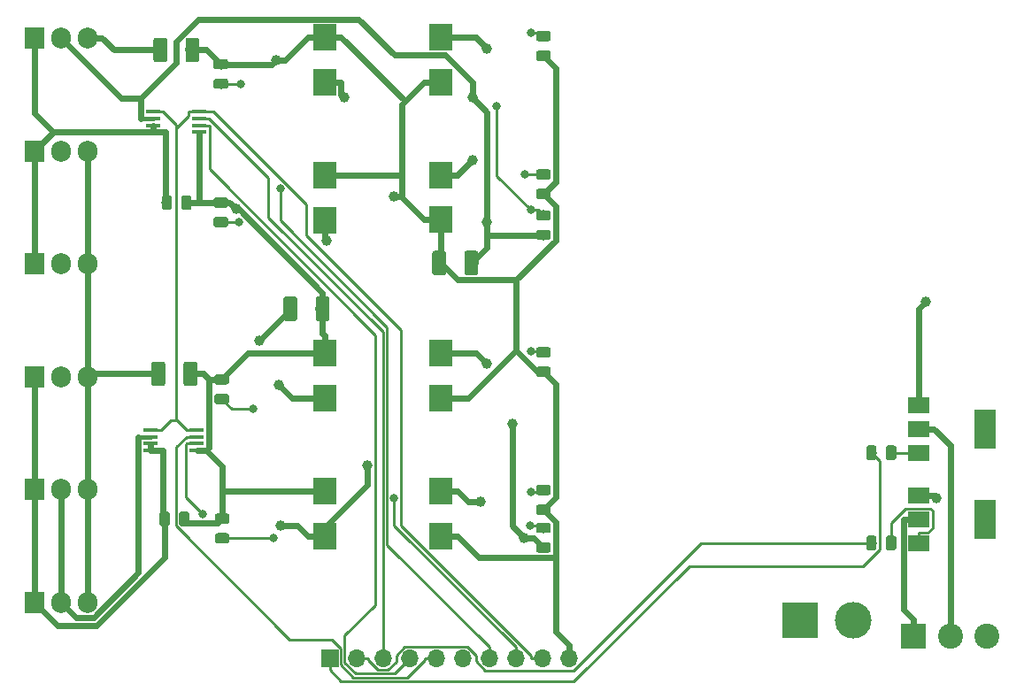
<source format=gbr>
%TF.GenerationSoftware,KiCad,Pcbnew,5.1.2-5.1.2*%
%TF.CreationDate,2019-08-03T11:47:28+02:00*%
%TF.ProjectId,TestDriverV2,54657374-4472-4697-9665-7256322e6b69,Rev 2*%
%TF.SameCoordinates,Original*%
%TF.FileFunction,Copper,L2,Bot*%
%TF.FilePolarity,Positive*%
%FSLAX46Y46*%
G04 Gerber Fmt 4.6, Leading zero omitted, Abs format (unit mm)*
G04 Created by KiCad (PCBNEW 5.1.2-5.1.2) date 2019-08-03 11:47:28*
%MOMM*%
%LPD*%
G04 APERTURE LIST*
%ADD10R,2.400000X2.400000*%
%ADD11C,2.400000*%
%ADD12C,0.100000*%
%ADD13C,1.325000*%
%ADD14C,0.975000*%
%ADD15R,2.300000X2.500000*%
%ADD16R,3.500120X3.500120*%
%ADD17C,3.500120*%
%ADD18R,1.700000X1.700000*%
%ADD19O,1.700000X1.700000*%
%ADD20R,2.000000X3.800000*%
%ADD21R,2.000000X1.500000*%
%ADD22R,1.450000X0.450000*%
%ADD23R,1.905000X2.000000*%
%ADD24O,1.905000X2.000000*%
%ADD25C,1.000000*%
%ADD26C,0.800000*%
%ADD27C,0.600000*%
%ADD28C,0.449800*%
%ADD29C,0.250000*%
G04 APERTURE END LIST*
D10*
X121968000Y-163386000D03*
D11*
X125468000Y-163386000D03*
X128968000Y-163386000D03*
D12*
G36*
X53409505Y-106078204D02*
G01*
X53433773Y-106081804D01*
X53457572Y-106087765D01*
X53480671Y-106096030D01*
X53502850Y-106106520D01*
X53523893Y-106119132D01*
X53543599Y-106133747D01*
X53561777Y-106150223D01*
X53578253Y-106168401D01*
X53592868Y-106188107D01*
X53605480Y-106209150D01*
X53615970Y-106231329D01*
X53624235Y-106254428D01*
X53630196Y-106278227D01*
X53633796Y-106302495D01*
X53635000Y-106326999D01*
X53635000Y-108177001D01*
X53633796Y-108201505D01*
X53630196Y-108225773D01*
X53624235Y-108249572D01*
X53615970Y-108272671D01*
X53605480Y-108294850D01*
X53592868Y-108315893D01*
X53578253Y-108335599D01*
X53561777Y-108353777D01*
X53543599Y-108370253D01*
X53523893Y-108384868D01*
X53502850Y-108397480D01*
X53480671Y-108407970D01*
X53457572Y-108416235D01*
X53433773Y-108422196D01*
X53409505Y-108425796D01*
X53385001Y-108427000D01*
X52559999Y-108427000D01*
X52535495Y-108425796D01*
X52511227Y-108422196D01*
X52487428Y-108416235D01*
X52464329Y-108407970D01*
X52442150Y-108397480D01*
X52421107Y-108384868D01*
X52401401Y-108370253D01*
X52383223Y-108353777D01*
X52366747Y-108335599D01*
X52352132Y-108315893D01*
X52339520Y-108294850D01*
X52329030Y-108272671D01*
X52320765Y-108249572D01*
X52314804Y-108225773D01*
X52311204Y-108201505D01*
X52310000Y-108177001D01*
X52310000Y-106326999D01*
X52311204Y-106302495D01*
X52314804Y-106278227D01*
X52320765Y-106254428D01*
X52329030Y-106231329D01*
X52339520Y-106209150D01*
X52352132Y-106188107D01*
X52366747Y-106168401D01*
X52383223Y-106150223D01*
X52401401Y-106133747D01*
X52421107Y-106119132D01*
X52442150Y-106106520D01*
X52464329Y-106096030D01*
X52487428Y-106087765D01*
X52511227Y-106081804D01*
X52535495Y-106078204D01*
X52559999Y-106077000D01*
X53385001Y-106077000D01*
X53409505Y-106078204D01*
X53409505Y-106078204D01*
G37*
D13*
X52972500Y-107252000D03*
D12*
G36*
X50334505Y-106078204D02*
G01*
X50358773Y-106081804D01*
X50382572Y-106087765D01*
X50405671Y-106096030D01*
X50427850Y-106106520D01*
X50448893Y-106119132D01*
X50468599Y-106133747D01*
X50486777Y-106150223D01*
X50503253Y-106168401D01*
X50517868Y-106188107D01*
X50530480Y-106209150D01*
X50540970Y-106231329D01*
X50549235Y-106254428D01*
X50555196Y-106278227D01*
X50558796Y-106302495D01*
X50560000Y-106326999D01*
X50560000Y-108177001D01*
X50558796Y-108201505D01*
X50555196Y-108225773D01*
X50549235Y-108249572D01*
X50540970Y-108272671D01*
X50530480Y-108294850D01*
X50517868Y-108315893D01*
X50503253Y-108335599D01*
X50486777Y-108353777D01*
X50468599Y-108370253D01*
X50448893Y-108384868D01*
X50427850Y-108397480D01*
X50405671Y-108407970D01*
X50382572Y-108416235D01*
X50358773Y-108422196D01*
X50334505Y-108425796D01*
X50310001Y-108427000D01*
X49484999Y-108427000D01*
X49460495Y-108425796D01*
X49436227Y-108422196D01*
X49412428Y-108416235D01*
X49389329Y-108407970D01*
X49367150Y-108397480D01*
X49346107Y-108384868D01*
X49326401Y-108370253D01*
X49308223Y-108353777D01*
X49291747Y-108335599D01*
X49277132Y-108315893D01*
X49264520Y-108294850D01*
X49254030Y-108272671D01*
X49245765Y-108249572D01*
X49239804Y-108225773D01*
X49236204Y-108201505D01*
X49235000Y-108177001D01*
X49235000Y-106326999D01*
X49236204Y-106302495D01*
X49239804Y-106278227D01*
X49245765Y-106254428D01*
X49254030Y-106231329D01*
X49264520Y-106209150D01*
X49277132Y-106188107D01*
X49291747Y-106168401D01*
X49308223Y-106150223D01*
X49326401Y-106133747D01*
X49346107Y-106119132D01*
X49367150Y-106106520D01*
X49389329Y-106096030D01*
X49412428Y-106087765D01*
X49436227Y-106081804D01*
X49460495Y-106078204D01*
X49484999Y-106077000D01*
X50310001Y-106077000D01*
X50334505Y-106078204D01*
X50334505Y-106078204D01*
G37*
D13*
X49897500Y-107252000D03*
D12*
G36*
X53219005Y-137066204D02*
G01*
X53243273Y-137069804D01*
X53267072Y-137075765D01*
X53290171Y-137084030D01*
X53312350Y-137094520D01*
X53333393Y-137107132D01*
X53353099Y-137121747D01*
X53371277Y-137138223D01*
X53387753Y-137156401D01*
X53402368Y-137176107D01*
X53414980Y-137197150D01*
X53425470Y-137219329D01*
X53433735Y-137242428D01*
X53439696Y-137266227D01*
X53443296Y-137290495D01*
X53444500Y-137314999D01*
X53444500Y-139165001D01*
X53443296Y-139189505D01*
X53439696Y-139213773D01*
X53433735Y-139237572D01*
X53425470Y-139260671D01*
X53414980Y-139282850D01*
X53402368Y-139303893D01*
X53387753Y-139323599D01*
X53371277Y-139341777D01*
X53353099Y-139358253D01*
X53333393Y-139372868D01*
X53312350Y-139385480D01*
X53290171Y-139395970D01*
X53267072Y-139404235D01*
X53243273Y-139410196D01*
X53219005Y-139413796D01*
X53194501Y-139415000D01*
X52369499Y-139415000D01*
X52344995Y-139413796D01*
X52320727Y-139410196D01*
X52296928Y-139404235D01*
X52273829Y-139395970D01*
X52251650Y-139385480D01*
X52230607Y-139372868D01*
X52210901Y-139358253D01*
X52192723Y-139341777D01*
X52176247Y-139323599D01*
X52161632Y-139303893D01*
X52149020Y-139282850D01*
X52138530Y-139260671D01*
X52130265Y-139237572D01*
X52124304Y-139213773D01*
X52120704Y-139189505D01*
X52119500Y-139165001D01*
X52119500Y-137314999D01*
X52120704Y-137290495D01*
X52124304Y-137266227D01*
X52130265Y-137242428D01*
X52138530Y-137219329D01*
X52149020Y-137197150D01*
X52161632Y-137176107D01*
X52176247Y-137156401D01*
X52192723Y-137138223D01*
X52210901Y-137121747D01*
X52230607Y-137107132D01*
X52251650Y-137094520D01*
X52273829Y-137084030D01*
X52296928Y-137075765D01*
X52320727Y-137069804D01*
X52344995Y-137066204D01*
X52369499Y-137065000D01*
X53194501Y-137065000D01*
X53219005Y-137066204D01*
X53219005Y-137066204D01*
G37*
D13*
X52782000Y-138240000D03*
D12*
G36*
X50144005Y-137066204D02*
G01*
X50168273Y-137069804D01*
X50192072Y-137075765D01*
X50215171Y-137084030D01*
X50237350Y-137094520D01*
X50258393Y-137107132D01*
X50278099Y-137121747D01*
X50296277Y-137138223D01*
X50312753Y-137156401D01*
X50327368Y-137176107D01*
X50339980Y-137197150D01*
X50350470Y-137219329D01*
X50358735Y-137242428D01*
X50364696Y-137266227D01*
X50368296Y-137290495D01*
X50369500Y-137314999D01*
X50369500Y-139165001D01*
X50368296Y-139189505D01*
X50364696Y-139213773D01*
X50358735Y-139237572D01*
X50350470Y-139260671D01*
X50339980Y-139282850D01*
X50327368Y-139303893D01*
X50312753Y-139323599D01*
X50296277Y-139341777D01*
X50278099Y-139358253D01*
X50258393Y-139372868D01*
X50237350Y-139385480D01*
X50215171Y-139395970D01*
X50192072Y-139404235D01*
X50168273Y-139410196D01*
X50144005Y-139413796D01*
X50119501Y-139415000D01*
X49294499Y-139415000D01*
X49269995Y-139413796D01*
X49245727Y-139410196D01*
X49221928Y-139404235D01*
X49198829Y-139395970D01*
X49176650Y-139385480D01*
X49155607Y-139372868D01*
X49135901Y-139358253D01*
X49117723Y-139341777D01*
X49101247Y-139323599D01*
X49086632Y-139303893D01*
X49074020Y-139282850D01*
X49063530Y-139260671D01*
X49055265Y-139237572D01*
X49049304Y-139213773D01*
X49045704Y-139189505D01*
X49044500Y-139165001D01*
X49044500Y-137314999D01*
X49045704Y-137290495D01*
X49049304Y-137266227D01*
X49055265Y-137242428D01*
X49063530Y-137219329D01*
X49074020Y-137197150D01*
X49086632Y-137176107D01*
X49101247Y-137156401D01*
X49117723Y-137138223D01*
X49135901Y-137121747D01*
X49155607Y-137107132D01*
X49176650Y-137094520D01*
X49198829Y-137084030D01*
X49221928Y-137075765D01*
X49245727Y-137069804D01*
X49269995Y-137066204D01*
X49294499Y-137065000D01*
X50119501Y-137065000D01*
X50144005Y-137066204D01*
X50144005Y-137066204D01*
G37*
D13*
X49707000Y-138240000D03*
D12*
G36*
X80093005Y-126461204D02*
G01*
X80117273Y-126464804D01*
X80141072Y-126470765D01*
X80164171Y-126479030D01*
X80186350Y-126489520D01*
X80207393Y-126502132D01*
X80227099Y-126516747D01*
X80245277Y-126533223D01*
X80261753Y-126551401D01*
X80276368Y-126571107D01*
X80288980Y-126592150D01*
X80299470Y-126614329D01*
X80307735Y-126637428D01*
X80313696Y-126661227D01*
X80317296Y-126685495D01*
X80318500Y-126709999D01*
X80318500Y-128560001D01*
X80317296Y-128584505D01*
X80313696Y-128608773D01*
X80307735Y-128632572D01*
X80299470Y-128655671D01*
X80288980Y-128677850D01*
X80276368Y-128698893D01*
X80261753Y-128718599D01*
X80245277Y-128736777D01*
X80227099Y-128753253D01*
X80207393Y-128767868D01*
X80186350Y-128780480D01*
X80164171Y-128790970D01*
X80141072Y-128799235D01*
X80117273Y-128805196D01*
X80093005Y-128808796D01*
X80068501Y-128810000D01*
X79243499Y-128810000D01*
X79218995Y-128808796D01*
X79194727Y-128805196D01*
X79170928Y-128799235D01*
X79147829Y-128790970D01*
X79125650Y-128780480D01*
X79104607Y-128767868D01*
X79084901Y-128753253D01*
X79066723Y-128736777D01*
X79050247Y-128718599D01*
X79035632Y-128698893D01*
X79023020Y-128677850D01*
X79012530Y-128655671D01*
X79004265Y-128632572D01*
X78998304Y-128608773D01*
X78994704Y-128584505D01*
X78993500Y-128560001D01*
X78993500Y-126709999D01*
X78994704Y-126685495D01*
X78998304Y-126661227D01*
X79004265Y-126637428D01*
X79012530Y-126614329D01*
X79023020Y-126592150D01*
X79035632Y-126571107D01*
X79050247Y-126551401D01*
X79066723Y-126533223D01*
X79084901Y-126516747D01*
X79104607Y-126502132D01*
X79125650Y-126489520D01*
X79147829Y-126479030D01*
X79170928Y-126470765D01*
X79194727Y-126464804D01*
X79218995Y-126461204D01*
X79243499Y-126460000D01*
X80068501Y-126460000D01*
X80093005Y-126461204D01*
X80093005Y-126461204D01*
G37*
D13*
X79656000Y-127635000D03*
D12*
G36*
X77018005Y-126461204D02*
G01*
X77042273Y-126464804D01*
X77066072Y-126470765D01*
X77089171Y-126479030D01*
X77111350Y-126489520D01*
X77132393Y-126502132D01*
X77152099Y-126516747D01*
X77170277Y-126533223D01*
X77186753Y-126551401D01*
X77201368Y-126571107D01*
X77213980Y-126592150D01*
X77224470Y-126614329D01*
X77232735Y-126637428D01*
X77238696Y-126661227D01*
X77242296Y-126685495D01*
X77243500Y-126709999D01*
X77243500Y-128560001D01*
X77242296Y-128584505D01*
X77238696Y-128608773D01*
X77232735Y-128632572D01*
X77224470Y-128655671D01*
X77213980Y-128677850D01*
X77201368Y-128698893D01*
X77186753Y-128718599D01*
X77170277Y-128736777D01*
X77152099Y-128753253D01*
X77132393Y-128767868D01*
X77111350Y-128780480D01*
X77089171Y-128790970D01*
X77066072Y-128799235D01*
X77042273Y-128805196D01*
X77018005Y-128808796D01*
X76993501Y-128810000D01*
X76168499Y-128810000D01*
X76143995Y-128808796D01*
X76119727Y-128805196D01*
X76095928Y-128799235D01*
X76072829Y-128790970D01*
X76050650Y-128780480D01*
X76029607Y-128767868D01*
X76009901Y-128753253D01*
X75991723Y-128736777D01*
X75975247Y-128718599D01*
X75960632Y-128698893D01*
X75948020Y-128677850D01*
X75937530Y-128655671D01*
X75929265Y-128632572D01*
X75923304Y-128608773D01*
X75919704Y-128584505D01*
X75918500Y-128560001D01*
X75918500Y-126709999D01*
X75919704Y-126685495D01*
X75923304Y-126661227D01*
X75929265Y-126637428D01*
X75937530Y-126614329D01*
X75948020Y-126592150D01*
X75960632Y-126571107D01*
X75975247Y-126551401D01*
X75991723Y-126533223D01*
X76009901Y-126516747D01*
X76029607Y-126502132D01*
X76050650Y-126489520D01*
X76072829Y-126479030D01*
X76095928Y-126470765D01*
X76119727Y-126464804D01*
X76143995Y-126461204D01*
X76168499Y-126460000D01*
X76993501Y-126460000D01*
X77018005Y-126461204D01*
X77018005Y-126461204D01*
G37*
D13*
X76581000Y-127635000D03*
D12*
G36*
X62780505Y-130842204D02*
G01*
X62804773Y-130845804D01*
X62828572Y-130851765D01*
X62851671Y-130860030D01*
X62873850Y-130870520D01*
X62894893Y-130883132D01*
X62914599Y-130897747D01*
X62932777Y-130914223D01*
X62949253Y-130932401D01*
X62963868Y-130952107D01*
X62976480Y-130973150D01*
X62986970Y-130995329D01*
X62995235Y-131018428D01*
X63001196Y-131042227D01*
X63004796Y-131066495D01*
X63006000Y-131090999D01*
X63006000Y-132941001D01*
X63004796Y-132965505D01*
X63001196Y-132989773D01*
X62995235Y-133013572D01*
X62986970Y-133036671D01*
X62976480Y-133058850D01*
X62963868Y-133079893D01*
X62949253Y-133099599D01*
X62932777Y-133117777D01*
X62914599Y-133134253D01*
X62894893Y-133148868D01*
X62873850Y-133161480D01*
X62851671Y-133171970D01*
X62828572Y-133180235D01*
X62804773Y-133186196D01*
X62780505Y-133189796D01*
X62756001Y-133191000D01*
X61930999Y-133191000D01*
X61906495Y-133189796D01*
X61882227Y-133186196D01*
X61858428Y-133180235D01*
X61835329Y-133171970D01*
X61813150Y-133161480D01*
X61792107Y-133148868D01*
X61772401Y-133134253D01*
X61754223Y-133117777D01*
X61737747Y-133099599D01*
X61723132Y-133079893D01*
X61710520Y-133058850D01*
X61700030Y-133036671D01*
X61691765Y-133013572D01*
X61685804Y-132989773D01*
X61682204Y-132965505D01*
X61681000Y-132941001D01*
X61681000Y-131090999D01*
X61682204Y-131066495D01*
X61685804Y-131042227D01*
X61691765Y-131018428D01*
X61700030Y-130995329D01*
X61710520Y-130973150D01*
X61723132Y-130952107D01*
X61737747Y-130932401D01*
X61754223Y-130914223D01*
X61772401Y-130897747D01*
X61792107Y-130883132D01*
X61813150Y-130870520D01*
X61835329Y-130860030D01*
X61858428Y-130851765D01*
X61882227Y-130845804D01*
X61906495Y-130842204D01*
X61930999Y-130841000D01*
X62756001Y-130841000D01*
X62780505Y-130842204D01*
X62780505Y-130842204D01*
G37*
D13*
X62343500Y-132016000D03*
D12*
G36*
X65855505Y-130842204D02*
G01*
X65879773Y-130845804D01*
X65903572Y-130851765D01*
X65926671Y-130860030D01*
X65948850Y-130870520D01*
X65969893Y-130883132D01*
X65989599Y-130897747D01*
X66007777Y-130914223D01*
X66024253Y-130932401D01*
X66038868Y-130952107D01*
X66051480Y-130973150D01*
X66061970Y-130995329D01*
X66070235Y-131018428D01*
X66076196Y-131042227D01*
X66079796Y-131066495D01*
X66081000Y-131090999D01*
X66081000Y-132941001D01*
X66079796Y-132965505D01*
X66076196Y-132989773D01*
X66070235Y-133013572D01*
X66061970Y-133036671D01*
X66051480Y-133058850D01*
X66038868Y-133079893D01*
X66024253Y-133099599D01*
X66007777Y-133117777D01*
X65989599Y-133134253D01*
X65969893Y-133148868D01*
X65948850Y-133161480D01*
X65926671Y-133171970D01*
X65903572Y-133180235D01*
X65879773Y-133186196D01*
X65855505Y-133189796D01*
X65831001Y-133191000D01*
X65005999Y-133191000D01*
X64981495Y-133189796D01*
X64957227Y-133186196D01*
X64933428Y-133180235D01*
X64910329Y-133171970D01*
X64888150Y-133161480D01*
X64867107Y-133148868D01*
X64847401Y-133134253D01*
X64829223Y-133117777D01*
X64812747Y-133099599D01*
X64798132Y-133079893D01*
X64785520Y-133058850D01*
X64775030Y-133036671D01*
X64766765Y-133013572D01*
X64760804Y-132989773D01*
X64757204Y-132965505D01*
X64756000Y-132941001D01*
X64756000Y-131090999D01*
X64757204Y-131066495D01*
X64760804Y-131042227D01*
X64766765Y-131018428D01*
X64775030Y-130995329D01*
X64785520Y-130973150D01*
X64798132Y-130952107D01*
X64812747Y-130932401D01*
X64829223Y-130914223D01*
X64847401Y-130897747D01*
X64867107Y-130883132D01*
X64888150Y-130870520D01*
X64910329Y-130860030D01*
X64933428Y-130851765D01*
X64957227Y-130845804D01*
X64981495Y-130842204D01*
X65005999Y-130841000D01*
X65831001Y-130841000D01*
X65855505Y-130842204D01*
X65855505Y-130842204D01*
G37*
D13*
X65418500Y-132016000D03*
D12*
G36*
X56169642Y-108128174D02*
G01*
X56193303Y-108131684D01*
X56216507Y-108137496D01*
X56239029Y-108145554D01*
X56260653Y-108155782D01*
X56281170Y-108168079D01*
X56300383Y-108182329D01*
X56318107Y-108198393D01*
X56334171Y-108216117D01*
X56348421Y-108235330D01*
X56360718Y-108255847D01*
X56370946Y-108277471D01*
X56379004Y-108299993D01*
X56384816Y-108323197D01*
X56388326Y-108346858D01*
X56389500Y-108370750D01*
X56389500Y-108858250D01*
X56388326Y-108882142D01*
X56384816Y-108905803D01*
X56379004Y-108929007D01*
X56370946Y-108951529D01*
X56360718Y-108973153D01*
X56348421Y-108993670D01*
X56334171Y-109012883D01*
X56318107Y-109030607D01*
X56300383Y-109046671D01*
X56281170Y-109060921D01*
X56260653Y-109073218D01*
X56239029Y-109083446D01*
X56216507Y-109091504D01*
X56193303Y-109097316D01*
X56169642Y-109100826D01*
X56145750Y-109102000D01*
X55233250Y-109102000D01*
X55209358Y-109100826D01*
X55185697Y-109097316D01*
X55162493Y-109091504D01*
X55139971Y-109083446D01*
X55118347Y-109073218D01*
X55097830Y-109060921D01*
X55078617Y-109046671D01*
X55060893Y-109030607D01*
X55044829Y-109012883D01*
X55030579Y-108993670D01*
X55018282Y-108973153D01*
X55008054Y-108951529D01*
X54999996Y-108929007D01*
X54994184Y-108905803D01*
X54990674Y-108882142D01*
X54989500Y-108858250D01*
X54989500Y-108370750D01*
X54990674Y-108346858D01*
X54994184Y-108323197D01*
X54999996Y-108299993D01*
X55008054Y-108277471D01*
X55018282Y-108255847D01*
X55030579Y-108235330D01*
X55044829Y-108216117D01*
X55060893Y-108198393D01*
X55078617Y-108182329D01*
X55097830Y-108168079D01*
X55118347Y-108155782D01*
X55139971Y-108145554D01*
X55162493Y-108137496D01*
X55185697Y-108131684D01*
X55209358Y-108128174D01*
X55233250Y-108127000D01*
X56145750Y-108127000D01*
X56169642Y-108128174D01*
X56169642Y-108128174D01*
G37*
D14*
X55689500Y-108614500D03*
D12*
G36*
X56169642Y-110003174D02*
G01*
X56193303Y-110006684D01*
X56216507Y-110012496D01*
X56239029Y-110020554D01*
X56260653Y-110030782D01*
X56281170Y-110043079D01*
X56300383Y-110057329D01*
X56318107Y-110073393D01*
X56334171Y-110091117D01*
X56348421Y-110110330D01*
X56360718Y-110130847D01*
X56370946Y-110152471D01*
X56379004Y-110174993D01*
X56384816Y-110198197D01*
X56388326Y-110221858D01*
X56389500Y-110245750D01*
X56389500Y-110733250D01*
X56388326Y-110757142D01*
X56384816Y-110780803D01*
X56379004Y-110804007D01*
X56370946Y-110826529D01*
X56360718Y-110848153D01*
X56348421Y-110868670D01*
X56334171Y-110887883D01*
X56318107Y-110905607D01*
X56300383Y-110921671D01*
X56281170Y-110935921D01*
X56260653Y-110948218D01*
X56239029Y-110958446D01*
X56216507Y-110966504D01*
X56193303Y-110972316D01*
X56169642Y-110975826D01*
X56145750Y-110977000D01*
X55233250Y-110977000D01*
X55209358Y-110975826D01*
X55185697Y-110972316D01*
X55162493Y-110966504D01*
X55139971Y-110958446D01*
X55118347Y-110948218D01*
X55097830Y-110935921D01*
X55078617Y-110921671D01*
X55060893Y-110905607D01*
X55044829Y-110887883D01*
X55030579Y-110868670D01*
X55018282Y-110848153D01*
X55008054Y-110826529D01*
X54999996Y-110804007D01*
X54994184Y-110780803D01*
X54990674Y-110757142D01*
X54989500Y-110733250D01*
X54989500Y-110245750D01*
X54990674Y-110221858D01*
X54994184Y-110198197D01*
X54999996Y-110174993D01*
X55008054Y-110152471D01*
X55018282Y-110130847D01*
X55030579Y-110110330D01*
X55044829Y-110091117D01*
X55060893Y-110073393D01*
X55078617Y-110057329D01*
X55097830Y-110043079D01*
X55118347Y-110030782D01*
X55139971Y-110020554D01*
X55162493Y-110012496D01*
X55185697Y-110006684D01*
X55209358Y-110003174D01*
X55233250Y-110002000D01*
X56145750Y-110002000D01*
X56169642Y-110003174D01*
X56169642Y-110003174D01*
G37*
D14*
X55689500Y-110489500D03*
D12*
G36*
X56169642Y-123245174D02*
G01*
X56193303Y-123248684D01*
X56216507Y-123254496D01*
X56239029Y-123262554D01*
X56260653Y-123272782D01*
X56281170Y-123285079D01*
X56300383Y-123299329D01*
X56318107Y-123315393D01*
X56334171Y-123333117D01*
X56348421Y-123352330D01*
X56360718Y-123372847D01*
X56370946Y-123394471D01*
X56379004Y-123416993D01*
X56384816Y-123440197D01*
X56388326Y-123463858D01*
X56389500Y-123487750D01*
X56389500Y-123975250D01*
X56388326Y-123999142D01*
X56384816Y-124022803D01*
X56379004Y-124046007D01*
X56370946Y-124068529D01*
X56360718Y-124090153D01*
X56348421Y-124110670D01*
X56334171Y-124129883D01*
X56318107Y-124147607D01*
X56300383Y-124163671D01*
X56281170Y-124177921D01*
X56260653Y-124190218D01*
X56239029Y-124200446D01*
X56216507Y-124208504D01*
X56193303Y-124214316D01*
X56169642Y-124217826D01*
X56145750Y-124219000D01*
X55233250Y-124219000D01*
X55209358Y-124217826D01*
X55185697Y-124214316D01*
X55162493Y-124208504D01*
X55139971Y-124200446D01*
X55118347Y-124190218D01*
X55097830Y-124177921D01*
X55078617Y-124163671D01*
X55060893Y-124147607D01*
X55044829Y-124129883D01*
X55030579Y-124110670D01*
X55018282Y-124090153D01*
X55008054Y-124068529D01*
X54999996Y-124046007D01*
X54994184Y-124022803D01*
X54990674Y-123999142D01*
X54989500Y-123975250D01*
X54989500Y-123487750D01*
X54990674Y-123463858D01*
X54994184Y-123440197D01*
X54999996Y-123416993D01*
X55008054Y-123394471D01*
X55018282Y-123372847D01*
X55030579Y-123352330D01*
X55044829Y-123333117D01*
X55060893Y-123315393D01*
X55078617Y-123299329D01*
X55097830Y-123285079D01*
X55118347Y-123272782D01*
X55139971Y-123262554D01*
X55162493Y-123254496D01*
X55185697Y-123248684D01*
X55209358Y-123245174D01*
X55233250Y-123244000D01*
X56145750Y-123244000D01*
X56169642Y-123245174D01*
X56169642Y-123245174D01*
G37*
D14*
X55689500Y-123731500D03*
D12*
G36*
X56169642Y-121370174D02*
G01*
X56193303Y-121373684D01*
X56216507Y-121379496D01*
X56239029Y-121387554D01*
X56260653Y-121397782D01*
X56281170Y-121410079D01*
X56300383Y-121424329D01*
X56318107Y-121440393D01*
X56334171Y-121458117D01*
X56348421Y-121477330D01*
X56360718Y-121497847D01*
X56370946Y-121519471D01*
X56379004Y-121541993D01*
X56384816Y-121565197D01*
X56388326Y-121588858D01*
X56389500Y-121612750D01*
X56389500Y-122100250D01*
X56388326Y-122124142D01*
X56384816Y-122147803D01*
X56379004Y-122171007D01*
X56370946Y-122193529D01*
X56360718Y-122215153D01*
X56348421Y-122235670D01*
X56334171Y-122254883D01*
X56318107Y-122272607D01*
X56300383Y-122288671D01*
X56281170Y-122302921D01*
X56260653Y-122315218D01*
X56239029Y-122325446D01*
X56216507Y-122333504D01*
X56193303Y-122339316D01*
X56169642Y-122342826D01*
X56145750Y-122344000D01*
X55233250Y-122344000D01*
X55209358Y-122342826D01*
X55185697Y-122339316D01*
X55162493Y-122333504D01*
X55139971Y-122325446D01*
X55118347Y-122315218D01*
X55097830Y-122302921D01*
X55078617Y-122288671D01*
X55060893Y-122272607D01*
X55044829Y-122254883D01*
X55030579Y-122235670D01*
X55018282Y-122215153D01*
X55008054Y-122193529D01*
X54999996Y-122171007D01*
X54994184Y-122147803D01*
X54990674Y-122124142D01*
X54989500Y-122100250D01*
X54989500Y-121612750D01*
X54990674Y-121588858D01*
X54994184Y-121565197D01*
X54999996Y-121541993D01*
X55008054Y-121519471D01*
X55018282Y-121497847D01*
X55030579Y-121477330D01*
X55044829Y-121458117D01*
X55060893Y-121440393D01*
X55078617Y-121424329D01*
X55097830Y-121410079D01*
X55118347Y-121397782D01*
X55139971Y-121387554D01*
X55162493Y-121379496D01*
X55185697Y-121373684D01*
X55209358Y-121370174D01*
X55233250Y-121369000D01*
X56145750Y-121369000D01*
X56169642Y-121370174D01*
X56169642Y-121370174D01*
G37*
D14*
X55689500Y-121856500D03*
D12*
G36*
X87030642Y-105446174D02*
G01*
X87054303Y-105449684D01*
X87077507Y-105455496D01*
X87100029Y-105463554D01*
X87121653Y-105473782D01*
X87142170Y-105486079D01*
X87161383Y-105500329D01*
X87179107Y-105516393D01*
X87195171Y-105534117D01*
X87209421Y-105553330D01*
X87221718Y-105573847D01*
X87231946Y-105595471D01*
X87240004Y-105617993D01*
X87245816Y-105641197D01*
X87249326Y-105664858D01*
X87250500Y-105688750D01*
X87250500Y-106176250D01*
X87249326Y-106200142D01*
X87245816Y-106223803D01*
X87240004Y-106247007D01*
X87231946Y-106269529D01*
X87221718Y-106291153D01*
X87209421Y-106311670D01*
X87195171Y-106330883D01*
X87179107Y-106348607D01*
X87161383Y-106364671D01*
X87142170Y-106378921D01*
X87121653Y-106391218D01*
X87100029Y-106401446D01*
X87077507Y-106409504D01*
X87054303Y-106415316D01*
X87030642Y-106418826D01*
X87006750Y-106420000D01*
X86094250Y-106420000D01*
X86070358Y-106418826D01*
X86046697Y-106415316D01*
X86023493Y-106409504D01*
X86000971Y-106401446D01*
X85979347Y-106391218D01*
X85958830Y-106378921D01*
X85939617Y-106364671D01*
X85921893Y-106348607D01*
X85905829Y-106330883D01*
X85891579Y-106311670D01*
X85879282Y-106291153D01*
X85869054Y-106269529D01*
X85860996Y-106247007D01*
X85855184Y-106223803D01*
X85851674Y-106200142D01*
X85850500Y-106176250D01*
X85850500Y-105688750D01*
X85851674Y-105664858D01*
X85855184Y-105641197D01*
X85860996Y-105617993D01*
X85869054Y-105595471D01*
X85879282Y-105573847D01*
X85891579Y-105553330D01*
X85905829Y-105534117D01*
X85921893Y-105516393D01*
X85939617Y-105500329D01*
X85958830Y-105486079D01*
X85979347Y-105473782D01*
X86000971Y-105463554D01*
X86023493Y-105455496D01*
X86046697Y-105449684D01*
X86070358Y-105446174D01*
X86094250Y-105445000D01*
X87006750Y-105445000D01*
X87030642Y-105446174D01*
X87030642Y-105446174D01*
G37*
D14*
X86550500Y-105932500D03*
D12*
G36*
X87030642Y-107321174D02*
G01*
X87054303Y-107324684D01*
X87077507Y-107330496D01*
X87100029Y-107338554D01*
X87121653Y-107348782D01*
X87142170Y-107361079D01*
X87161383Y-107375329D01*
X87179107Y-107391393D01*
X87195171Y-107409117D01*
X87209421Y-107428330D01*
X87221718Y-107448847D01*
X87231946Y-107470471D01*
X87240004Y-107492993D01*
X87245816Y-107516197D01*
X87249326Y-107539858D01*
X87250500Y-107563750D01*
X87250500Y-108051250D01*
X87249326Y-108075142D01*
X87245816Y-108098803D01*
X87240004Y-108122007D01*
X87231946Y-108144529D01*
X87221718Y-108166153D01*
X87209421Y-108186670D01*
X87195171Y-108205883D01*
X87179107Y-108223607D01*
X87161383Y-108239671D01*
X87142170Y-108253921D01*
X87121653Y-108266218D01*
X87100029Y-108276446D01*
X87077507Y-108284504D01*
X87054303Y-108290316D01*
X87030642Y-108293826D01*
X87006750Y-108295000D01*
X86094250Y-108295000D01*
X86070358Y-108293826D01*
X86046697Y-108290316D01*
X86023493Y-108284504D01*
X86000971Y-108276446D01*
X85979347Y-108266218D01*
X85958830Y-108253921D01*
X85939617Y-108239671D01*
X85921893Y-108223607D01*
X85905829Y-108205883D01*
X85891579Y-108186670D01*
X85879282Y-108166153D01*
X85869054Y-108144529D01*
X85860996Y-108122007D01*
X85855184Y-108098803D01*
X85851674Y-108075142D01*
X85850500Y-108051250D01*
X85850500Y-107563750D01*
X85851674Y-107539858D01*
X85855184Y-107516197D01*
X85860996Y-107492993D01*
X85869054Y-107470471D01*
X85879282Y-107448847D01*
X85891579Y-107428330D01*
X85905829Y-107409117D01*
X85921893Y-107391393D01*
X85939617Y-107375329D01*
X85958830Y-107361079D01*
X85979347Y-107348782D01*
X86000971Y-107338554D01*
X86023493Y-107330496D01*
X86046697Y-107324684D01*
X86070358Y-107321174D01*
X86094250Y-107320000D01*
X87006750Y-107320000D01*
X87030642Y-107321174D01*
X87030642Y-107321174D01*
G37*
D14*
X86550500Y-107807500D03*
D12*
G36*
X87030642Y-120545174D02*
G01*
X87054303Y-120548684D01*
X87077507Y-120554496D01*
X87100029Y-120562554D01*
X87121653Y-120572782D01*
X87142170Y-120585079D01*
X87161383Y-120599329D01*
X87179107Y-120615393D01*
X87195171Y-120633117D01*
X87209421Y-120652330D01*
X87221718Y-120672847D01*
X87231946Y-120694471D01*
X87240004Y-120716993D01*
X87245816Y-120740197D01*
X87249326Y-120763858D01*
X87250500Y-120787750D01*
X87250500Y-121275250D01*
X87249326Y-121299142D01*
X87245816Y-121322803D01*
X87240004Y-121346007D01*
X87231946Y-121368529D01*
X87221718Y-121390153D01*
X87209421Y-121410670D01*
X87195171Y-121429883D01*
X87179107Y-121447607D01*
X87161383Y-121463671D01*
X87142170Y-121477921D01*
X87121653Y-121490218D01*
X87100029Y-121500446D01*
X87077507Y-121508504D01*
X87054303Y-121514316D01*
X87030642Y-121517826D01*
X87006750Y-121519000D01*
X86094250Y-121519000D01*
X86070358Y-121517826D01*
X86046697Y-121514316D01*
X86023493Y-121508504D01*
X86000971Y-121500446D01*
X85979347Y-121490218D01*
X85958830Y-121477921D01*
X85939617Y-121463671D01*
X85921893Y-121447607D01*
X85905829Y-121429883D01*
X85891579Y-121410670D01*
X85879282Y-121390153D01*
X85869054Y-121368529D01*
X85860996Y-121346007D01*
X85855184Y-121322803D01*
X85851674Y-121299142D01*
X85850500Y-121275250D01*
X85850500Y-120787750D01*
X85851674Y-120763858D01*
X85855184Y-120740197D01*
X85860996Y-120716993D01*
X85869054Y-120694471D01*
X85879282Y-120672847D01*
X85891579Y-120652330D01*
X85905829Y-120633117D01*
X85921893Y-120615393D01*
X85939617Y-120599329D01*
X85958830Y-120585079D01*
X85979347Y-120572782D01*
X86000971Y-120562554D01*
X86023493Y-120554496D01*
X86046697Y-120548684D01*
X86070358Y-120545174D01*
X86094250Y-120544000D01*
X87006750Y-120544000D01*
X87030642Y-120545174D01*
X87030642Y-120545174D01*
G37*
D14*
X86550500Y-121031500D03*
D12*
G36*
X87030642Y-118670174D02*
G01*
X87054303Y-118673684D01*
X87077507Y-118679496D01*
X87100029Y-118687554D01*
X87121653Y-118697782D01*
X87142170Y-118710079D01*
X87161383Y-118724329D01*
X87179107Y-118740393D01*
X87195171Y-118758117D01*
X87209421Y-118777330D01*
X87221718Y-118797847D01*
X87231946Y-118819471D01*
X87240004Y-118841993D01*
X87245816Y-118865197D01*
X87249326Y-118888858D01*
X87250500Y-118912750D01*
X87250500Y-119400250D01*
X87249326Y-119424142D01*
X87245816Y-119447803D01*
X87240004Y-119471007D01*
X87231946Y-119493529D01*
X87221718Y-119515153D01*
X87209421Y-119535670D01*
X87195171Y-119554883D01*
X87179107Y-119572607D01*
X87161383Y-119588671D01*
X87142170Y-119602921D01*
X87121653Y-119615218D01*
X87100029Y-119625446D01*
X87077507Y-119633504D01*
X87054303Y-119639316D01*
X87030642Y-119642826D01*
X87006750Y-119644000D01*
X86094250Y-119644000D01*
X86070358Y-119642826D01*
X86046697Y-119639316D01*
X86023493Y-119633504D01*
X86000971Y-119625446D01*
X85979347Y-119615218D01*
X85958830Y-119602921D01*
X85939617Y-119588671D01*
X85921893Y-119572607D01*
X85905829Y-119554883D01*
X85891579Y-119535670D01*
X85879282Y-119515153D01*
X85869054Y-119493529D01*
X85860996Y-119471007D01*
X85855184Y-119447803D01*
X85851674Y-119424142D01*
X85850500Y-119400250D01*
X85850500Y-118912750D01*
X85851674Y-118888858D01*
X85855184Y-118865197D01*
X85860996Y-118841993D01*
X85869054Y-118819471D01*
X85879282Y-118797847D01*
X85891579Y-118777330D01*
X85905829Y-118758117D01*
X85921893Y-118740393D01*
X85939617Y-118724329D01*
X85958830Y-118710079D01*
X85979347Y-118697782D01*
X86000971Y-118687554D01*
X86023493Y-118679496D01*
X86046697Y-118673684D01*
X86070358Y-118670174D01*
X86094250Y-118669000D01*
X87006750Y-118669000D01*
X87030642Y-118670174D01*
X87030642Y-118670174D01*
G37*
D14*
X86550500Y-119156500D03*
D12*
G36*
X56233142Y-138291174D02*
G01*
X56256803Y-138294684D01*
X56280007Y-138300496D01*
X56302529Y-138308554D01*
X56324153Y-138318782D01*
X56344670Y-138331079D01*
X56363883Y-138345329D01*
X56381607Y-138361393D01*
X56397671Y-138379117D01*
X56411921Y-138398330D01*
X56424218Y-138418847D01*
X56434446Y-138440471D01*
X56442504Y-138462993D01*
X56448316Y-138486197D01*
X56451826Y-138509858D01*
X56453000Y-138533750D01*
X56453000Y-139021250D01*
X56451826Y-139045142D01*
X56448316Y-139068803D01*
X56442504Y-139092007D01*
X56434446Y-139114529D01*
X56424218Y-139136153D01*
X56411921Y-139156670D01*
X56397671Y-139175883D01*
X56381607Y-139193607D01*
X56363883Y-139209671D01*
X56344670Y-139223921D01*
X56324153Y-139236218D01*
X56302529Y-139246446D01*
X56280007Y-139254504D01*
X56256803Y-139260316D01*
X56233142Y-139263826D01*
X56209250Y-139265000D01*
X55296750Y-139265000D01*
X55272858Y-139263826D01*
X55249197Y-139260316D01*
X55225993Y-139254504D01*
X55203471Y-139246446D01*
X55181847Y-139236218D01*
X55161330Y-139223921D01*
X55142117Y-139209671D01*
X55124393Y-139193607D01*
X55108329Y-139175883D01*
X55094079Y-139156670D01*
X55081782Y-139136153D01*
X55071554Y-139114529D01*
X55063496Y-139092007D01*
X55057684Y-139068803D01*
X55054174Y-139045142D01*
X55053000Y-139021250D01*
X55053000Y-138533750D01*
X55054174Y-138509858D01*
X55057684Y-138486197D01*
X55063496Y-138462993D01*
X55071554Y-138440471D01*
X55081782Y-138418847D01*
X55094079Y-138398330D01*
X55108329Y-138379117D01*
X55124393Y-138361393D01*
X55142117Y-138345329D01*
X55161330Y-138331079D01*
X55181847Y-138318782D01*
X55203471Y-138308554D01*
X55225993Y-138300496D01*
X55249197Y-138294684D01*
X55272858Y-138291174D01*
X55296750Y-138290000D01*
X56209250Y-138290000D01*
X56233142Y-138291174D01*
X56233142Y-138291174D01*
G37*
D14*
X55753000Y-138777500D03*
D12*
G36*
X56233142Y-140166174D02*
G01*
X56256803Y-140169684D01*
X56280007Y-140175496D01*
X56302529Y-140183554D01*
X56324153Y-140193782D01*
X56344670Y-140206079D01*
X56363883Y-140220329D01*
X56381607Y-140236393D01*
X56397671Y-140254117D01*
X56411921Y-140273330D01*
X56424218Y-140293847D01*
X56434446Y-140315471D01*
X56442504Y-140337993D01*
X56448316Y-140361197D01*
X56451826Y-140384858D01*
X56453000Y-140408750D01*
X56453000Y-140896250D01*
X56451826Y-140920142D01*
X56448316Y-140943803D01*
X56442504Y-140967007D01*
X56434446Y-140989529D01*
X56424218Y-141011153D01*
X56411921Y-141031670D01*
X56397671Y-141050883D01*
X56381607Y-141068607D01*
X56363883Y-141084671D01*
X56344670Y-141098921D01*
X56324153Y-141111218D01*
X56302529Y-141121446D01*
X56280007Y-141129504D01*
X56256803Y-141135316D01*
X56233142Y-141138826D01*
X56209250Y-141140000D01*
X55296750Y-141140000D01*
X55272858Y-141138826D01*
X55249197Y-141135316D01*
X55225993Y-141129504D01*
X55203471Y-141121446D01*
X55181847Y-141111218D01*
X55161330Y-141098921D01*
X55142117Y-141084671D01*
X55124393Y-141068607D01*
X55108329Y-141050883D01*
X55094079Y-141031670D01*
X55081782Y-141011153D01*
X55071554Y-140989529D01*
X55063496Y-140967007D01*
X55057684Y-140943803D01*
X55054174Y-140920142D01*
X55053000Y-140896250D01*
X55053000Y-140408750D01*
X55054174Y-140384858D01*
X55057684Y-140361197D01*
X55063496Y-140337993D01*
X55071554Y-140315471D01*
X55081782Y-140293847D01*
X55094079Y-140273330D01*
X55108329Y-140254117D01*
X55124393Y-140236393D01*
X55142117Y-140220329D01*
X55161330Y-140206079D01*
X55181847Y-140193782D01*
X55203471Y-140183554D01*
X55225993Y-140175496D01*
X55249197Y-140169684D01*
X55272858Y-140166174D01*
X55296750Y-140165000D01*
X56209250Y-140165000D01*
X56233142Y-140166174D01*
X56233142Y-140166174D01*
G37*
D14*
X55753000Y-140652500D03*
D12*
G36*
X56296642Y-151611174D02*
G01*
X56320303Y-151614684D01*
X56343507Y-151620496D01*
X56366029Y-151628554D01*
X56387653Y-151638782D01*
X56408170Y-151651079D01*
X56427383Y-151665329D01*
X56445107Y-151681393D01*
X56461171Y-151699117D01*
X56475421Y-151718330D01*
X56487718Y-151738847D01*
X56497946Y-151760471D01*
X56506004Y-151782993D01*
X56511816Y-151806197D01*
X56515326Y-151829858D01*
X56516500Y-151853750D01*
X56516500Y-152341250D01*
X56515326Y-152365142D01*
X56511816Y-152388803D01*
X56506004Y-152412007D01*
X56497946Y-152434529D01*
X56487718Y-152456153D01*
X56475421Y-152476670D01*
X56461171Y-152495883D01*
X56445107Y-152513607D01*
X56427383Y-152529671D01*
X56408170Y-152543921D01*
X56387653Y-152556218D01*
X56366029Y-152566446D01*
X56343507Y-152574504D01*
X56320303Y-152580316D01*
X56296642Y-152583826D01*
X56272750Y-152585000D01*
X55360250Y-152585000D01*
X55336358Y-152583826D01*
X55312697Y-152580316D01*
X55289493Y-152574504D01*
X55266971Y-152566446D01*
X55245347Y-152556218D01*
X55224830Y-152543921D01*
X55205617Y-152529671D01*
X55187893Y-152513607D01*
X55171829Y-152495883D01*
X55157579Y-152476670D01*
X55145282Y-152456153D01*
X55135054Y-152434529D01*
X55126996Y-152412007D01*
X55121184Y-152388803D01*
X55117674Y-152365142D01*
X55116500Y-152341250D01*
X55116500Y-151853750D01*
X55117674Y-151829858D01*
X55121184Y-151806197D01*
X55126996Y-151782993D01*
X55135054Y-151760471D01*
X55145282Y-151738847D01*
X55157579Y-151718330D01*
X55171829Y-151699117D01*
X55187893Y-151681393D01*
X55205617Y-151665329D01*
X55224830Y-151651079D01*
X55245347Y-151638782D01*
X55266971Y-151628554D01*
X55289493Y-151620496D01*
X55312697Y-151614684D01*
X55336358Y-151611174D01*
X55360250Y-151610000D01*
X56272750Y-151610000D01*
X56296642Y-151611174D01*
X56296642Y-151611174D01*
G37*
D14*
X55816500Y-152097500D03*
D12*
G36*
X56296642Y-153486174D02*
G01*
X56320303Y-153489684D01*
X56343507Y-153495496D01*
X56366029Y-153503554D01*
X56387653Y-153513782D01*
X56408170Y-153526079D01*
X56427383Y-153540329D01*
X56445107Y-153556393D01*
X56461171Y-153574117D01*
X56475421Y-153593330D01*
X56487718Y-153613847D01*
X56497946Y-153635471D01*
X56506004Y-153657993D01*
X56511816Y-153681197D01*
X56515326Y-153704858D01*
X56516500Y-153728750D01*
X56516500Y-154216250D01*
X56515326Y-154240142D01*
X56511816Y-154263803D01*
X56506004Y-154287007D01*
X56497946Y-154309529D01*
X56487718Y-154331153D01*
X56475421Y-154351670D01*
X56461171Y-154370883D01*
X56445107Y-154388607D01*
X56427383Y-154404671D01*
X56408170Y-154418921D01*
X56387653Y-154431218D01*
X56366029Y-154441446D01*
X56343507Y-154449504D01*
X56320303Y-154455316D01*
X56296642Y-154458826D01*
X56272750Y-154460000D01*
X55360250Y-154460000D01*
X55336358Y-154458826D01*
X55312697Y-154455316D01*
X55289493Y-154449504D01*
X55266971Y-154441446D01*
X55245347Y-154431218D01*
X55224830Y-154418921D01*
X55205617Y-154404671D01*
X55187893Y-154388607D01*
X55171829Y-154370883D01*
X55157579Y-154351670D01*
X55145282Y-154331153D01*
X55135054Y-154309529D01*
X55126996Y-154287007D01*
X55121184Y-154263803D01*
X55117674Y-154240142D01*
X55116500Y-154216250D01*
X55116500Y-153728750D01*
X55117674Y-153704858D01*
X55121184Y-153681197D01*
X55126996Y-153657993D01*
X55135054Y-153635471D01*
X55145282Y-153613847D01*
X55157579Y-153593330D01*
X55171829Y-153574117D01*
X55187893Y-153556393D01*
X55205617Y-153540329D01*
X55224830Y-153526079D01*
X55245347Y-153513782D01*
X55266971Y-153503554D01*
X55289493Y-153495496D01*
X55312697Y-153489684D01*
X55336358Y-153486174D01*
X55360250Y-153485000D01*
X56272750Y-153485000D01*
X56296642Y-153486174D01*
X56296642Y-153486174D01*
G37*
D14*
X55816500Y-153972500D03*
D12*
G36*
X87030642Y-135688174D02*
G01*
X87054303Y-135691684D01*
X87077507Y-135697496D01*
X87100029Y-135705554D01*
X87121653Y-135715782D01*
X87142170Y-135728079D01*
X87161383Y-135742329D01*
X87179107Y-135758393D01*
X87195171Y-135776117D01*
X87209421Y-135795330D01*
X87221718Y-135815847D01*
X87231946Y-135837471D01*
X87240004Y-135859993D01*
X87245816Y-135883197D01*
X87249326Y-135906858D01*
X87250500Y-135930750D01*
X87250500Y-136418250D01*
X87249326Y-136442142D01*
X87245816Y-136465803D01*
X87240004Y-136489007D01*
X87231946Y-136511529D01*
X87221718Y-136533153D01*
X87209421Y-136553670D01*
X87195171Y-136572883D01*
X87179107Y-136590607D01*
X87161383Y-136606671D01*
X87142170Y-136620921D01*
X87121653Y-136633218D01*
X87100029Y-136643446D01*
X87077507Y-136651504D01*
X87054303Y-136657316D01*
X87030642Y-136660826D01*
X87006750Y-136662000D01*
X86094250Y-136662000D01*
X86070358Y-136660826D01*
X86046697Y-136657316D01*
X86023493Y-136651504D01*
X86000971Y-136643446D01*
X85979347Y-136633218D01*
X85958830Y-136620921D01*
X85939617Y-136606671D01*
X85921893Y-136590607D01*
X85905829Y-136572883D01*
X85891579Y-136553670D01*
X85879282Y-136533153D01*
X85869054Y-136511529D01*
X85860996Y-136489007D01*
X85855184Y-136465803D01*
X85851674Y-136442142D01*
X85850500Y-136418250D01*
X85850500Y-135930750D01*
X85851674Y-135906858D01*
X85855184Y-135883197D01*
X85860996Y-135859993D01*
X85869054Y-135837471D01*
X85879282Y-135815847D01*
X85891579Y-135795330D01*
X85905829Y-135776117D01*
X85921893Y-135758393D01*
X85939617Y-135742329D01*
X85958830Y-135728079D01*
X85979347Y-135715782D01*
X86000971Y-135705554D01*
X86023493Y-135697496D01*
X86046697Y-135691684D01*
X86070358Y-135688174D01*
X86094250Y-135687000D01*
X87006750Y-135687000D01*
X87030642Y-135688174D01*
X87030642Y-135688174D01*
G37*
D14*
X86550500Y-136174500D03*
D12*
G36*
X87030642Y-137563174D02*
G01*
X87054303Y-137566684D01*
X87077507Y-137572496D01*
X87100029Y-137580554D01*
X87121653Y-137590782D01*
X87142170Y-137603079D01*
X87161383Y-137617329D01*
X87179107Y-137633393D01*
X87195171Y-137651117D01*
X87209421Y-137670330D01*
X87221718Y-137690847D01*
X87231946Y-137712471D01*
X87240004Y-137734993D01*
X87245816Y-137758197D01*
X87249326Y-137781858D01*
X87250500Y-137805750D01*
X87250500Y-138293250D01*
X87249326Y-138317142D01*
X87245816Y-138340803D01*
X87240004Y-138364007D01*
X87231946Y-138386529D01*
X87221718Y-138408153D01*
X87209421Y-138428670D01*
X87195171Y-138447883D01*
X87179107Y-138465607D01*
X87161383Y-138481671D01*
X87142170Y-138495921D01*
X87121653Y-138508218D01*
X87100029Y-138518446D01*
X87077507Y-138526504D01*
X87054303Y-138532316D01*
X87030642Y-138535826D01*
X87006750Y-138537000D01*
X86094250Y-138537000D01*
X86070358Y-138535826D01*
X86046697Y-138532316D01*
X86023493Y-138526504D01*
X86000971Y-138518446D01*
X85979347Y-138508218D01*
X85958830Y-138495921D01*
X85939617Y-138481671D01*
X85921893Y-138465607D01*
X85905829Y-138447883D01*
X85891579Y-138428670D01*
X85879282Y-138408153D01*
X85869054Y-138386529D01*
X85860996Y-138364007D01*
X85855184Y-138340803D01*
X85851674Y-138317142D01*
X85850500Y-138293250D01*
X85850500Y-137805750D01*
X85851674Y-137781858D01*
X85855184Y-137758197D01*
X85860996Y-137734993D01*
X85869054Y-137712471D01*
X85879282Y-137690847D01*
X85891579Y-137670330D01*
X85905829Y-137651117D01*
X85921893Y-137633393D01*
X85939617Y-137617329D01*
X85958830Y-137603079D01*
X85979347Y-137590782D01*
X86000971Y-137580554D01*
X86023493Y-137572496D01*
X86046697Y-137566684D01*
X86070358Y-137563174D01*
X86094250Y-137562000D01*
X87006750Y-137562000D01*
X87030642Y-137563174D01*
X87030642Y-137563174D01*
G37*
D14*
X86550500Y-138049500D03*
D12*
G36*
X87030642Y-148880174D02*
G01*
X87054303Y-148883684D01*
X87077507Y-148889496D01*
X87100029Y-148897554D01*
X87121653Y-148907782D01*
X87142170Y-148920079D01*
X87161383Y-148934329D01*
X87179107Y-148950393D01*
X87195171Y-148968117D01*
X87209421Y-148987330D01*
X87221718Y-149007847D01*
X87231946Y-149029471D01*
X87240004Y-149051993D01*
X87245816Y-149075197D01*
X87249326Y-149098858D01*
X87250500Y-149122750D01*
X87250500Y-149610250D01*
X87249326Y-149634142D01*
X87245816Y-149657803D01*
X87240004Y-149681007D01*
X87231946Y-149703529D01*
X87221718Y-149725153D01*
X87209421Y-149745670D01*
X87195171Y-149764883D01*
X87179107Y-149782607D01*
X87161383Y-149798671D01*
X87142170Y-149812921D01*
X87121653Y-149825218D01*
X87100029Y-149835446D01*
X87077507Y-149843504D01*
X87054303Y-149849316D01*
X87030642Y-149852826D01*
X87006750Y-149854000D01*
X86094250Y-149854000D01*
X86070358Y-149852826D01*
X86046697Y-149849316D01*
X86023493Y-149843504D01*
X86000971Y-149835446D01*
X85979347Y-149825218D01*
X85958830Y-149812921D01*
X85939617Y-149798671D01*
X85921893Y-149782607D01*
X85905829Y-149764883D01*
X85891579Y-149745670D01*
X85879282Y-149725153D01*
X85869054Y-149703529D01*
X85860996Y-149681007D01*
X85855184Y-149657803D01*
X85851674Y-149634142D01*
X85850500Y-149610250D01*
X85850500Y-149122750D01*
X85851674Y-149098858D01*
X85855184Y-149075197D01*
X85860996Y-149051993D01*
X85869054Y-149029471D01*
X85879282Y-149007847D01*
X85891579Y-148987330D01*
X85905829Y-148968117D01*
X85921893Y-148950393D01*
X85939617Y-148934329D01*
X85958830Y-148920079D01*
X85979347Y-148907782D01*
X86000971Y-148897554D01*
X86023493Y-148889496D01*
X86046697Y-148883684D01*
X86070358Y-148880174D01*
X86094250Y-148879000D01*
X87006750Y-148879000D01*
X87030642Y-148880174D01*
X87030642Y-148880174D01*
G37*
D14*
X86550500Y-149366500D03*
D12*
G36*
X87030642Y-150755174D02*
G01*
X87054303Y-150758684D01*
X87077507Y-150764496D01*
X87100029Y-150772554D01*
X87121653Y-150782782D01*
X87142170Y-150795079D01*
X87161383Y-150809329D01*
X87179107Y-150825393D01*
X87195171Y-150843117D01*
X87209421Y-150862330D01*
X87221718Y-150882847D01*
X87231946Y-150904471D01*
X87240004Y-150926993D01*
X87245816Y-150950197D01*
X87249326Y-150973858D01*
X87250500Y-150997750D01*
X87250500Y-151485250D01*
X87249326Y-151509142D01*
X87245816Y-151532803D01*
X87240004Y-151556007D01*
X87231946Y-151578529D01*
X87221718Y-151600153D01*
X87209421Y-151620670D01*
X87195171Y-151639883D01*
X87179107Y-151657607D01*
X87161383Y-151673671D01*
X87142170Y-151687921D01*
X87121653Y-151700218D01*
X87100029Y-151710446D01*
X87077507Y-151718504D01*
X87054303Y-151724316D01*
X87030642Y-151727826D01*
X87006750Y-151729000D01*
X86094250Y-151729000D01*
X86070358Y-151727826D01*
X86046697Y-151724316D01*
X86023493Y-151718504D01*
X86000971Y-151710446D01*
X85979347Y-151700218D01*
X85958830Y-151687921D01*
X85939617Y-151673671D01*
X85921893Y-151657607D01*
X85905829Y-151639883D01*
X85891579Y-151620670D01*
X85879282Y-151600153D01*
X85869054Y-151578529D01*
X85860996Y-151556007D01*
X85855184Y-151532803D01*
X85851674Y-151509142D01*
X85850500Y-151485250D01*
X85850500Y-150997750D01*
X85851674Y-150973858D01*
X85855184Y-150950197D01*
X85860996Y-150926993D01*
X85869054Y-150904471D01*
X85879282Y-150882847D01*
X85891579Y-150862330D01*
X85905829Y-150843117D01*
X85921893Y-150825393D01*
X85939617Y-150809329D01*
X85958830Y-150795079D01*
X85979347Y-150782782D01*
X86000971Y-150772554D01*
X86023493Y-150764496D01*
X86046697Y-150758684D01*
X86070358Y-150755174D01*
X86094250Y-150754000D01*
X87006750Y-150754000D01*
X87030642Y-150755174D01*
X87030642Y-150755174D01*
G37*
D14*
X86550500Y-151241500D03*
D15*
X65595500Y-106054000D03*
X65595500Y-110354000D03*
X65595500Y-123571000D03*
X65595500Y-119271000D03*
X76708000Y-110354000D03*
X76708000Y-106054000D03*
X76708000Y-119208000D03*
X76708000Y-123508000D03*
X65595500Y-136289000D03*
X65595500Y-140589000D03*
X65595500Y-153788000D03*
X65595500Y-149488000D03*
X76708000Y-140580000D03*
X76708000Y-136280000D03*
X76708000Y-149488000D03*
X76708000Y-153788000D03*
D16*
X111125000Y-161798000D03*
D17*
X116205000Y-161798000D03*
D18*
X66111100Y-165484000D03*
D19*
X68651100Y-165484000D03*
X71191100Y-165484000D03*
X73731100Y-165484000D03*
X76271100Y-165484000D03*
X78811100Y-165484000D03*
X81351100Y-165484000D03*
X83891100Y-165484000D03*
X86431100Y-165484000D03*
X88971100Y-165484000D03*
D20*
X128753000Y-143510000D03*
D21*
X122453000Y-143510000D03*
X122453000Y-141210000D03*
X122453000Y-145810000D03*
X122453000Y-154446000D03*
X122453000Y-149846000D03*
X122453000Y-152146000D03*
D20*
X128753000Y-152146000D03*
D12*
G36*
X52662742Y-121157174D02*
G01*
X52686403Y-121160684D01*
X52709607Y-121166496D01*
X52732129Y-121174554D01*
X52753753Y-121184782D01*
X52774270Y-121197079D01*
X52793483Y-121211329D01*
X52811207Y-121227393D01*
X52827271Y-121245117D01*
X52841521Y-121264330D01*
X52853818Y-121284847D01*
X52864046Y-121306471D01*
X52872104Y-121328993D01*
X52877916Y-121352197D01*
X52881426Y-121375858D01*
X52882600Y-121399750D01*
X52882600Y-122312250D01*
X52881426Y-122336142D01*
X52877916Y-122359803D01*
X52872104Y-122383007D01*
X52864046Y-122405529D01*
X52853818Y-122427153D01*
X52841521Y-122447670D01*
X52827271Y-122466883D01*
X52811207Y-122484607D01*
X52793483Y-122500671D01*
X52774270Y-122514921D01*
X52753753Y-122527218D01*
X52732129Y-122537446D01*
X52709607Y-122545504D01*
X52686403Y-122551316D01*
X52662742Y-122554826D01*
X52638850Y-122556000D01*
X52151350Y-122556000D01*
X52127458Y-122554826D01*
X52103797Y-122551316D01*
X52080593Y-122545504D01*
X52058071Y-122537446D01*
X52036447Y-122527218D01*
X52015930Y-122514921D01*
X51996717Y-122500671D01*
X51978993Y-122484607D01*
X51962929Y-122466883D01*
X51948679Y-122447670D01*
X51936382Y-122427153D01*
X51926154Y-122405529D01*
X51918096Y-122383007D01*
X51912284Y-122359803D01*
X51908774Y-122336142D01*
X51907600Y-122312250D01*
X51907600Y-121399750D01*
X51908774Y-121375858D01*
X51912284Y-121352197D01*
X51918096Y-121328993D01*
X51926154Y-121306471D01*
X51936382Y-121284847D01*
X51948679Y-121264330D01*
X51962929Y-121245117D01*
X51978993Y-121227393D01*
X51996717Y-121211329D01*
X52015930Y-121197079D01*
X52036447Y-121184782D01*
X52058071Y-121174554D01*
X52080593Y-121166496D01*
X52103797Y-121160684D01*
X52127458Y-121157174D01*
X52151350Y-121156000D01*
X52638850Y-121156000D01*
X52662742Y-121157174D01*
X52662742Y-121157174D01*
G37*
D14*
X52395100Y-121856000D03*
D12*
G36*
X50787742Y-121157174D02*
G01*
X50811403Y-121160684D01*
X50834607Y-121166496D01*
X50857129Y-121174554D01*
X50878753Y-121184782D01*
X50899270Y-121197079D01*
X50918483Y-121211329D01*
X50936207Y-121227393D01*
X50952271Y-121245117D01*
X50966521Y-121264330D01*
X50978818Y-121284847D01*
X50989046Y-121306471D01*
X50997104Y-121328993D01*
X51002916Y-121352197D01*
X51006426Y-121375858D01*
X51007600Y-121399750D01*
X51007600Y-122312250D01*
X51006426Y-122336142D01*
X51002916Y-122359803D01*
X50997104Y-122383007D01*
X50989046Y-122405529D01*
X50978818Y-122427153D01*
X50966521Y-122447670D01*
X50952271Y-122466883D01*
X50936207Y-122484607D01*
X50918483Y-122500671D01*
X50899270Y-122514921D01*
X50878753Y-122527218D01*
X50857129Y-122537446D01*
X50834607Y-122545504D01*
X50811403Y-122551316D01*
X50787742Y-122554826D01*
X50763850Y-122556000D01*
X50276350Y-122556000D01*
X50252458Y-122554826D01*
X50228797Y-122551316D01*
X50205593Y-122545504D01*
X50183071Y-122537446D01*
X50161447Y-122527218D01*
X50140930Y-122514921D01*
X50121717Y-122500671D01*
X50103993Y-122484607D01*
X50087929Y-122466883D01*
X50073679Y-122447670D01*
X50061382Y-122427153D01*
X50051154Y-122405529D01*
X50043096Y-122383007D01*
X50037284Y-122359803D01*
X50033774Y-122336142D01*
X50032600Y-122312250D01*
X50032600Y-121399750D01*
X50033774Y-121375858D01*
X50037284Y-121352197D01*
X50043096Y-121328993D01*
X50051154Y-121306471D01*
X50061382Y-121284847D01*
X50073679Y-121264330D01*
X50087929Y-121245117D01*
X50103993Y-121227393D01*
X50121717Y-121211329D01*
X50140930Y-121197079D01*
X50161447Y-121184782D01*
X50183071Y-121174554D01*
X50205593Y-121166496D01*
X50228797Y-121160684D01*
X50252458Y-121157174D01*
X50276350Y-121156000D01*
X50763850Y-121156000D01*
X50787742Y-121157174D01*
X50787742Y-121157174D01*
G37*
D14*
X50520100Y-121856000D03*
D12*
G36*
X50571842Y-151414174D02*
G01*
X50595503Y-151417684D01*
X50618707Y-151423496D01*
X50641229Y-151431554D01*
X50662853Y-151441782D01*
X50683370Y-151454079D01*
X50702583Y-151468329D01*
X50720307Y-151484393D01*
X50736371Y-151502117D01*
X50750621Y-151521330D01*
X50762918Y-151541847D01*
X50773146Y-151563471D01*
X50781204Y-151585993D01*
X50787016Y-151609197D01*
X50790526Y-151632858D01*
X50791700Y-151656750D01*
X50791700Y-152569250D01*
X50790526Y-152593142D01*
X50787016Y-152616803D01*
X50781204Y-152640007D01*
X50773146Y-152662529D01*
X50762918Y-152684153D01*
X50750621Y-152704670D01*
X50736371Y-152723883D01*
X50720307Y-152741607D01*
X50702583Y-152757671D01*
X50683370Y-152771921D01*
X50662853Y-152784218D01*
X50641229Y-152794446D01*
X50618707Y-152802504D01*
X50595503Y-152808316D01*
X50571842Y-152811826D01*
X50547950Y-152813000D01*
X50060450Y-152813000D01*
X50036558Y-152811826D01*
X50012897Y-152808316D01*
X49989693Y-152802504D01*
X49967171Y-152794446D01*
X49945547Y-152784218D01*
X49925030Y-152771921D01*
X49905817Y-152757671D01*
X49888093Y-152741607D01*
X49872029Y-152723883D01*
X49857779Y-152704670D01*
X49845482Y-152684153D01*
X49835254Y-152662529D01*
X49827196Y-152640007D01*
X49821384Y-152616803D01*
X49817874Y-152593142D01*
X49816700Y-152569250D01*
X49816700Y-151656750D01*
X49817874Y-151632858D01*
X49821384Y-151609197D01*
X49827196Y-151585993D01*
X49835254Y-151563471D01*
X49845482Y-151541847D01*
X49857779Y-151521330D01*
X49872029Y-151502117D01*
X49888093Y-151484393D01*
X49905817Y-151468329D01*
X49925030Y-151454079D01*
X49945547Y-151441782D01*
X49967171Y-151431554D01*
X49989693Y-151423496D01*
X50012897Y-151417684D01*
X50036558Y-151414174D01*
X50060450Y-151413000D01*
X50547950Y-151413000D01*
X50571842Y-151414174D01*
X50571842Y-151414174D01*
G37*
D14*
X50304200Y-152113000D03*
D12*
G36*
X52446842Y-151414174D02*
G01*
X52470503Y-151417684D01*
X52493707Y-151423496D01*
X52516229Y-151431554D01*
X52537853Y-151441782D01*
X52558370Y-151454079D01*
X52577583Y-151468329D01*
X52595307Y-151484393D01*
X52611371Y-151502117D01*
X52625621Y-151521330D01*
X52637918Y-151541847D01*
X52648146Y-151563471D01*
X52656204Y-151585993D01*
X52662016Y-151609197D01*
X52665526Y-151632858D01*
X52666700Y-151656750D01*
X52666700Y-152569250D01*
X52665526Y-152593142D01*
X52662016Y-152616803D01*
X52656204Y-152640007D01*
X52648146Y-152662529D01*
X52637918Y-152684153D01*
X52625621Y-152704670D01*
X52611371Y-152723883D01*
X52595307Y-152741607D01*
X52577583Y-152757671D01*
X52558370Y-152771921D01*
X52537853Y-152784218D01*
X52516229Y-152794446D01*
X52493707Y-152802504D01*
X52470503Y-152808316D01*
X52446842Y-152811826D01*
X52422950Y-152813000D01*
X51935450Y-152813000D01*
X51911558Y-152811826D01*
X51887897Y-152808316D01*
X51864693Y-152802504D01*
X51842171Y-152794446D01*
X51820547Y-152784218D01*
X51800030Y-152771921D01*
X51780817Y-152757671D01*
X51763093Y-152741607D01*
X51747029Y-152723883D01*
X51732779Y-152704670D01*
X51720482Y-152684153D01*
X51710254Y-152662529D01*
X51702196Y-152640007D01*
X51696384Y-152616803D01*
X51692874Y-152593142D01*
X51691700Y-152569250D01*
X51691700Y-151656750D01*
X51692874Y-151632858D01*
X51696384Y-151609197D01*
X51702196Y-151585993D01*
X51710254Y-151563471D01*
X51720482Y-151541847D01*
X51732779Y-151521330D01*
X51747029Y-151502117D01*
X51763093Y-151484393D01*
X51780817Y-151468329D01*
X51800030Y-151454079D01*
X51820547Y-151441782D01*
X51842171Y-151431554D01*
X51864693Y-151423496D01*
X51887897Y-151417684D01*
X51911558Y-151414174D01*
X51935450Y-151413000D01*
X52422950Y-151413000D01*
X52446842Y-151414174D01*
X52446842Y-151414174D01*
G37*
D14*
X52179200Y-152113000D03*
D12*
G36*
X120077142Y-145097174D02*
G01*
X120100803Y-145100684D01*
X120124007Y-145106496D01*
X120146529Y-145114554D01*
X120168153Y-145124782D01*
X120188670Y-145137079D01*
X120207883Y-145151329D01*
X120225607Y-145167393D01*
X120241671Y-145185117D01*
X120255921Y-145204330D01*
X120268218Y-145224847D01*
X120278446Y-145246471D01*
X120286504Y-145268993D01*
X120292316Y-145292197D01*
X120295826Y-145315858D01*
X120297000Y-145339750D01*
X120297000Y-146252250D01*
X120295826Y-146276142D01*
X120292316Y-146299803D01*
X120286504Y-146323007D01*
X120278446Y-146345529D01*
X120268218Y-146367153D01*
X120255921Y-146387670D01*
X120241671Y-146406883D01*
X120225607Y-146424607D01*
X120207883Y-146440671D01*
X120188670Y-146454921D01*
X120168153Y-146467218D01*
X120146529Y-146477446D01*
X120124007Y-146485504D01*
X120100803Y-146491316D01*
X120077142Y-146494826D01*
X120053250Y-146496000D01*
X119565750Y-146496000D01*
X119541858Y-146494826D01*
X119518197Y-146491316D01*
X119494993Y-146485504D01*
X119472471Y-146477446D01*
X119450847Y-146467218D01*
X119430330Y-146454921D01*
X119411117Y-146440671D01*
X119393393Y-146424607D01*
X119377329Y-146406883D01*
X119363079Y-146387670D01*
X119350782Y-146367153D01*
X119340554Y-146345529D01*
X119332496Y-146323007D01*
X119326684Y-146299803D01*
X119323174Y-146276142D01*
X119322000Y-146252250D01*
X119322000Y-145339750D01*
X119323174Y-145315858D01*
X119326684Y-145292197D01*
X119332496Y-145268993D01*
X119340554Y-145246471D01*
X119350782Y-145224847D01*
X119363079Y-145204330D01*
X119377329Y-145185117D01*
X119393393Y-145167393D01*
X119411117Y-145151329D01*
X119430330Y-145137079D01*
X119450847Y-145124782D01*
X119472471Y-145114554D01*
X119494993Y-145106496D01*
X119518197Y-145100684D01*
X119541858Y-145097174D01*
X119565750Y-145096000D01*
X120053250Y-145096000D01*
X120077142Y-145097174D01*
X120077142Y-145097174D01*
G37*
D14*
X119809500Y-145796000D03*
D12*
G36*
X118202142Y-145097174D02*
G01*
X118225803Y-145100684D01*
X118249007Y-145106496D01*
X118271529Y-145114554D01*
X118293153Y-145124782D01*
X118313670Y-145137079D01*
X118332883Y-145151329D01*
X118350607Y-145167393D01*
X118366671Y-145185117D01*
X118380921Y-145204330D01*
X118393218Y-145224847D01*
X118403446Y-145246471D01*
X118411504Y-145268993D01*
X118417316Y-145292197D01*
X118420826Y-145315858D01*
X118422000Y-145339750D01*
X118422000Y-146252250D01*
X118420826Y-146276142D01*
X118417316Y-146299803D01*
X118411504Y-146323007D01*
X118403446Y-146345529D01*
X118393218Y-146367153D01*
X118380921Y-146387670D01*
X118366671Y-146406883D01*
X118350607Y-146424607D01*
X118332883Y-146440671D01*
X118313670Y-146454921D01*
X118293153Y-146467218D01*
X118271529Y-146477446D01*
X118249007Y-146485504D01*
X118225803Y-146491316D01*
X118202142Y-146494826D01*
X118178250Y-146496000D01*
X117690750Y-146496000D01*
X117666858Y-146494826D01*
X117643197Y-146491316D01*
X117619993Y-146485504D01*
X117597471Y-146477446D01*
X117575847Y-146467218D01*
X117555330Y-146454921D01*
X117536117Y-146440671D01*
X117518393Y-146424607D01*
X117502329Y-146406883D01*
X117488079Y-146387670D01*
X117475782Y-146367153D01*
X117465554Y-146345529D01*
X117457496Y-146323007D01*
X117451684Y-146299803D01*
X117448174Y-146276142D01*
X117447000Y-146252250D01*
X117447000Y-145339750D01*
X117448174Y-145315858D01*
X117451684Y-145292197D01*
X117457496Y-145268993D01*
X117465554Y-145246471D01*
X117475782Y-145224847D01*
X117488079Y-145204330D01*
X117502329Y-145185117D01*
X117518393Y-145167393D01*
X117536117Y-145151329D01*
X117555330Y-145137079D01*
X117575847Y-145124782D01*
X117597471Y-145114554D01*
X117619993Y-145106496D01*
X117643197Y-145100684D01*
X117666858Y-145097174D01*
X117690750Y-145096000D01*
X118178250Y-145096000D01*
X118202142Y-145097174D01*
X118202142Y-145097174D01*
G37*
D14*
X117934500Y-145796000D03*
D12*
G36*
X118202142Y-153733174D02*
G01*
X118225803Y-153736684D01*
X118249007Y-153742496D01*
X118271529Y-153750554D01*
X118293153Y-153760782D01*
X118313670Y-153773079D01*
X118332883Y-153787329D01*
X118350607Y-153803393D01*
X118366671Y-153821117D01*
X118380921Y-153840330D01*
X118393218Y-153860847D01*
X118403446Y-153882471D01*
X118411504Y-153904993D01*
X118417316Y-153928197D01*
X118420826Y-153951858D01*
X118422000Y-153975750D01*
X118422000Y-154888250D01*
X118420826Y-154912142D01*
X118417316Y-154935803D01*
X118411504Y-154959007D01*
X118403446Y-154981529D01*
X118393218Y-155003153D01*
X118380921Y-155023670D01*
X118366671Y-155042883D01*
X118350607Y-155060607D01*
X118332883Y-155076671D01*
X118313670Y-155090921D01*
X118293153Y-155103218D01*
X118271529Y-155113446D01*
X118249007Y-155121504D01*
X118225803Y-155127316D01*
X118202142Y-155130826D01*
X118178250Y-155132000D01*
X117690750Y-155132000D01*
X117666858Y-155130826D01*
X117643197Y-155127316D01*
X117619993Y-155121504D01*
X117597471Y-155113446D01*
X117575847Y-155103218D01*
X117555330Y-155090921D01*
X117536117Y-155076671D01*
X117518393Y-155060607D01*
X117502329Y-155042883D01*
X117488079Y-155023670D01*
X117475782Y-155003153D01*
X117465554Y-154981529D01*
X117457496Y-154959007D01*
X117451684Y-154935803D01*
X117448174Y-154912142D01*
X117447000Y-154888250D01*
X117447000Y-153975750D01*
X117448174Y-153951858D01*
X117451684Y-153928197D01*
X117457496Y-153904993D01*
X117465554Y-153882471D01*
X117475782Y-153860847D01*
X117488079Y-153840330D01*
X117502329Y-153821117D01*
X117518393Y-153803393D01*
X117536117Y-153787329D01*
X117555330Y-153773079D01*
X117575847Y-153760782D01*
X117597471Y-153750554D01*
X117619993Y-153742496D01*
X117643197Y-153736684D01*
X117666858Y-153733174D01*
X117690750Y-153732000D01*
X118178250Y-153732000D01*
X118202142Y-153733174D01*
X118202142Y-153733174D01*
G37*
D14*
X117934500Y-154432000D03*
D12*
G36*
X120077142Y-153733174D02*
G01*
X120100803Y-153736684D01*
X120124007Y-153742496D01*
X120146529Y-153750554D01*
X120168153Y-153760782D01*
X120188670Y-153773079D01*
X120207883Y-153787329D01*
X120225607Y-153803393D01*
X120241671Y-153821117D01*
X120255921Y-153840330D01*
X120268218Y-153860847D01*
X120278446Y-153882471D01*
X120286504Y-153904993D01*
X120292316Y-153928197D01*
X120295826Y-153951858D01*
X120297000Y-153975750D01*
X120297000Y-154888250D01*
X120295826Y-154912142D01*
X120292316Y-154935803D01*
X120286504Y-154959007D01*
X120278446Y-154981529D01*
X120268218Y-155003153D01*
X120255921Y-155023670D01*
X120241671Y-155042883D01*
X120225607Y-155060607D01*
X120207883Y-155076671D01*
X120188670Y-155090921D01*
X120168153Y-155103218D01*
X120146529Y-155113446D01*
X120124007Y-155121504D01*
X120100803Y-155127316D01*
X120077142Y-155130826D01*
X120053250Y-155132000D01*
X119565750Y-155132000D01*
X119541858Y-155130826D01*
X119518197Y-155127316D01*
X119494993Y-155121504D01*
X119472471Y-155113446D01*
X119450847Y-155103218D01*
X119430330Y-155090921D01*
X119411117Y-155076671D01*
X119393393Y-155060607D01*
X119377329Y-155042883D01*
X119363079Y-155023670D01*
X119350782Y-155003153D01*
X119340554Y-154981529D01*
X119332496Y-154959007D01*
X119326684Y-154935803D01*
X119323174Y-154912142D01*
X119322000Y-154888250D01*
X119322000Y-153975750D01*
X119323174Y-153951858D01*
X119326684Y-153928197D01*
X119332496Y-153904993D01*
X119340554Y-153882471D01*
X119350782Y-153860847D01*
X119363079Y-153840330D01*
X119377329Y-153821117D01*
X119393393Y-153803393D01*
X119411117Y-153787329D01*
X119430330Y-153773079D01*
X119450847Y-153760782D01*
X119472471Y-153750554D01*
X119494993Y-153742496D01*
X119518197Y-153736684D01*
X119541858Y-153733174D01*
X119565750Y-153732000D01*
X120053250Y-153732000D01*
X120077142Y-153733174D01*
X120077142Y-153733174D01*
G37*
D14*
X119809500Y-154432000D03*
D12*
G36*
X87030642Y-124467174D02*
G01*
X87054303Y-124470684D01*
X87077507Y-124476496D01*
X87100029Y-124484554D01*
X87121653Y-124494782D01*
X87142170Y-124507079D01*
X87161383Y-124521329D01*
X87179107Y-124537393D01*
X87195171Y-124555117D01*
X87209421Y-124574330D01*
X87221718Y-124594847D01*
X87231946Y-124616471D01*
X87240004Y-124638993D01*
X87245816Y-124662197D01*
X87249326Y-124685858D01*
X87250500Y-124709750D01*
X87250500Y-125197250D01*
X87249326Y-125221142D01*
X87245816Y-125244803D01*
X87240004Y-125268007D01*
X87231946Y-125290529D01*
X87221718Y-125312153D01*
X87209421Y-125332670D01*
X87195171Y-125351883D01*
X87179107Y-125369607D01*
X87161383Y-125385671D01*
X87142170Y-125399921D01*
X87121653Y-125412218D01*
X87100029Y-125422446D01*
X87077507Y-125430504D01*
X87054303Y-125436316D01*
X87030642Y-125439826D01*
X87006750Y-125441000D01*
X86094250Y-125441000D01*
X86070358Y-125439826D01*
X86046697Y-125436316D01*
X86023493Y-125430504D01*
X86000971Y-125422446D01*
X85979347Y-125412218D01*
X85958830Y-125399921D01*
X85939617Y-125385671D01*
X85921893Y-125369607D01*
X85905829Y-125351883D01*
X85891579Y-125332670D01*
X85879282Y-125312153D01*
X85869054Y-125290529D01*
X85860996Y-125268007D01*
X85855184Y-125244803D01*
X85851674Y-125221142D01*
X85850500Y-125197250D01*
X85850500Y-124709750D01*
X85851674Y-124685858D01*
X85855184Y-124662197D01*
X85860996Y-124638993D01*
X85869054Y-124616471D01*
X85879282Y-124594847D01*
X85891579Y-124574330D01*
X85905829Y-124555117D01*
X85921893Y-124537393D01*
X85939617Y-124521329D01*
X85958830Y-124507079D01*
X85979347Y-124494782D01*
X86000971Y-124484554D01*
X86023493Y-124476496D01*
X86046697Y-124470684D01*
X86070358Y-124467174D01*
X86094250Y-124466000D01*
X87006750Y-124466000D01*
X87030642Y-124467174D01*
X87030642Y-124467174D01*
G37*
D14*
X86550500Y-124953500D03*
D12*
G36*
X87030642Y-122592174D02*
G01*
X87054303Y-122595684D01*
X87077507Y-122601496D01*
X87100029Y-122609554D01*
X87121653Y-122619782D01*
X87142170Y-122632079D01*
X87161383Y-122646329D01*
X87179107Y-122662393D01*
X87195171Y-122680117D01*
X87209421Y-122699330D01*
X87221718Y-122719847D01*
X87231946Y-122741471D01*
X87240004Y-122763993D01*
X87245816Y-122787197D01*
X87249326Y-122810858D01*
X87250500Y-122834750D01*
X87250500Y-123322250D01*
X87249326Y-123346142D01*
X87245816Y-123369803D01*
X87240004Y-123393007D01*
X87231946Y-123415529D01*
X87221718Y-123437153D01*
X87209421Y-123457670D01*
X87195171Y-123476883D01*
X87179107Y-123494607D01*
X87161383Y-123510671D01*
X87142170Y-123524921D01*
X87121653Y-123537218D01*
X87100029Y-123547446D01*
X87077507Y-123555504D01*
X87054303Y-123561316D01*
X87030642Y-123564826D01*
X87006750Y-123566000D01*
X86094250Y-123566000D01*
X86070358Y-123564826D01*
X86046697Y-123561316D01*
X86023493Y-123555504D01*
X86000971Y-123547446D01*
X85979347Y-123537218D01*
X85958830Y-123524921D01*
X85939617Y-123510671D01*
X85921893Y-123494607D01*
X85905829Y-123476883D01*
X85891579Y-123457670D01*
X85879282Y-123437153D01*
X85869054Y-123415529D01*
X85860996Y-123393007D01*
X85855184Y-123369803D01*
X85851674Y-123346142D01*
X85850500Y-123322250D01*
X85850500Y-122834750D01*
X85851674Y-122810858D01*
X85855184Y-122787197D01*
X85860996Y-122763993D01*
X85869054Y-122741471D01*
X85879282Y-122719847D01*
X85891579Y-122699330D01*
X85905829Y-122680117D01*
X85921893Y-122662393D01*
X85939617Y-122646329D01*
X85958830Y-122632079D01*
X85979347Y-122619782D01*
X86000971Y-122609554D01*
X86023493Y-122601496D01*
X86046697Y-122595684D01*
X86070358Y-122592174D01*
X86094250Y-122591000D01*
X87006750Y-122591000D01*
X87030642Y-122592174D01*
X87030642Y-122592174D01*
G37*
D14*
X86550500Y-123078500D03*
D12*
G36*
X87030642Y-152500174D02*
G01*
X87054303Y-152503684D01*
X87077507Y-152509496D01*
X87100029Y-152517554D01*
X87121653Y-152527782D01*
X87142170Y-152540079D01*
X87161383Y-152554329D01*
X87179107Y-152570393D01*
X87195171Y-152588117D01*
X87209421Y-152607330D01*
X87221718Y-152627847D01*
X87231946Y-152649471D01*
X87240004Y-152671993D01*
X87245816Y-152695197D01*
X87249326Y-152718858D01*
X87250500Y-152742750D01*
X87250500Y-153230250D01*
X87249326Y-153254142D01*
X87245816Y-153277803D01*
X87240004Y-153301007D01*
X87231946Y-153323529D01*
X87221718Y-153345153D01*
X87209421Y-153365670D01*
X87195171Y-153384883D01*
X87179107Y-153402607D01*
X87161383Y-153418671D01*
X87142170Y-153432921D01*
X87121653Y-153445218D01*
X87100029Y-153455446D01*
X87077507Y-153463504D01*
X87054303Y-153469316D01*
X87030642Y-153472826D01*
X87006750Y-153474000D01*
X86094250Y-153474000D01*
X86070358Y-153472826D01*
X86046697Y-153469316D01*
X86023493Y-153463504D01*
X86000971Y-153455446D01*
X85979347Y-153445218D01*
X85958830Y-153432921D01*
X85939617Y-153418671D01*
X85921893Y-153402607D01*
X85905829Y-153384883D01*
X85891579Y-153365670D01*
X85879282Y-153345153D01*
X85869054Y-153323529D01*
X85860996Y-153301007D01*
X85855184Y-153277803D01*
X85851674Y-153254142D01*
X85850500Y-153230250D01*
X85850500Y-152742750D01*
X85851674Y-152718858D01*
X85855184Y-152695197D01*
X85860996Y-152671993D01*
X85869054Y-152649471D01*
X85879282Y-152627847D01*
X85891579Y-152607330D01*
X85905829Y-152588117D01*
X85921893Y-152570393D01*
X85939617Y-152554329D01*
X85958830Y-152540079D01*
X85979347Y-152527782D01*
X86000971Y-152517554D01*
X86023493Y-152509496D01*
X86046697Y-152503684D01*
X86070358Y-152500174D01*
X86094250Y-152499000D01*
X87006750Y-152499000D01*
X87030642Y-152500174D01*
X87030642Y-152500174D01*
G37*
D14*
X86550500Y-152986500D03*
D12*
G36*
X87030642Y-154375174D02*
G01*
X87054303Y-154378684D01*
X87077507Y-154384496D01*
X87100029Y-154392554D01*
X87121653Y-154402782D01*
X87142170Y-154415079D01*
X87161383Y-154429329D01*
X87179107Y-154445393D01*
X87195171Y-154463117D01*
X87209421Y-154482330D01*
X87221718Y-154502847D01*
X87231946Y-154524471D01*
X87240004Y-154546993D01*
X87245816Y-154570197D01*
X87249326Y-154593858D01*
X87250500Y-154617750D01*
X87250500Y-155105250D01*
X87249326Y-155129142D01*
X87245816Y-155152803D01*
X87240004Y-155176007D01*
X87231946Y-155198529D01*
X87221718Y-155220153D01*
X87209421Y-155240670D01*
X87195171Y-155259883D01*
X87179107Y-155277607D01*
X87161383Y-155293671D01*
X87142170Y-155307921D01*
X87121653Y-155320218D01*
X87100029Y-155330446D01*
X87077507Y-155338504D01*
X87054303Y-155344316D01*
X87030642Y-155347826D01*
X87006750Y-155349000D01*
X86094250Y-155349000D01*
X86070358Y-155347826D01*
X86046697Y-155344316D01*
X86023493Y-155338504D01*
X86000971Y-155330446D01*
X85979347Y-155320218D01*
X85958830Y-155307921D01*
X85939617Y-155293671D01*
X85921893Y-155277607D01*
X85905829Y-155259883D01*
X85891579Y-155240670D01*
X85879282Y-155220153D01*
X85869054Y-155198529D01*
X85860996Y-155176007D01*
X85855184Y-155152803D01*
X85851674Y-155129142D01*
X85850500Y-155105250D01*
X85850500Y-154617750D01*
X85851674Y-154593858D01*
X85855184Y-154570197D01*
X85860996Y-154546993D01*
X85869054Y-154524471D01*
X85879282Y-154502847D01*
X85891579Y-154482330D01*
X85905829Y-154463117D01*
X85921893Y-154445393D01*
X85939617Y-154429329D01*
X85958830Y-154415079D01*
X85979347Y-154402782D01*
X86000971Y-154392554D01*
X86023493Y-154384496D01*
X86046697Y-154378684D01*
X86070358Y-154375174D01*
X86094250Y-154374000D01*
X87006750Y-154374000D01*
X87030642Y-154375174D01*
X87030642Y-154375174D01*
G37*
D14*
X86550500Y-154861500D03*
D22*
X49194000Y-113175000D03*
X49194000Y-113825000D03*
X49194000Y-114475000D03*
X49194000Y-115125000D03*
X53594000Y-115125000D03*
X53594000Y-114475000D03*
X53594000Y-113825000D03*
X53594000Y-113175000D03*
X53381000Y-143615000D03*
X53381000Y-144265000D03*
X53381000Y-144915000D03*
X53381000Y-145565000D03*
X48981000Y-145565000D03*
X48981000Y-144915000D03*
X48981000Y-144265000D03*
X48981000Y-143615000D03*
D23*
X37846000Y-106121000D03*
D24*
X40386000Y-106121000D03*
X42926000Y-106121000D03*
X42926000Y-116916000D03*
X40386000Y-116916000D03*
D23*
X37846000Y-116916000D03*
X37846000Y-127711000D03*
D24*
X40386000Y-127711000D03*
X42926000Y-127711000D03*
X42926000Y-138506000D03*
X40386000Y-138506000D03*
D23*
X37846000Y-138506000D03*
X37846000Y-149301000D03*
D24*
X40386000Y-149301000D03*
X42926000Y-149301000D03*
X42926000Y-160096000D03*
X40386000Y-160096000D03*
D23*
X37846000Y-160096000D03*
D25*
X72214200Y-121268200D03*
X60943400Y-108228000D03*
X57130500Y-122479200D03*
X81148600Y-123743800D03*
X79744200Y-111794100D03*
X84708900Y-153918000D03*
X83592900Y-143048600D03*
X59407600Y-135042700D03*
D26*
X57577800Y-110508000D03*
X57387300Y-123692000D03*
X85321100Y-105595800D03*
X84739700Y-119133000D03*
X58778500Y-141631600D03*
X60691100Y-153919000D03*
X85323300Y-136126600D03*
X85341000Y-149536000D03*
D25*
X67486200Y-111809300D03*
X65810300Y-125486100D03*
X81124600Y-107089000D03*
X79804100Y-117820200D03*
X61242600Y-139338200D03*
X69715100Y-146982700D03*
X61423700Y-152779000D03*
X81124700Y-137290000D03*
X80564800Y-150498000D03*
D26*
X53945800Y-151663300D03*
X61429400Y-120522600D03*
X72252100Y-150106000D03*
D25*
X123133400Y-131378500D03*
X124156000Y-150135000D03*
D26*
X82080300Y-112615700D03*
X85327000Y-122553000D03*
X85275600Y-152778000D03*
D27*
X72989200Y-121268200D02*
X72989200Y-119271000D01*
X75107700Y-123508000D02*
X72989200Y-121389500D01*
X72989200Y-121389500D02*
X72989200Y-121268200D01*
X72989200Y-121268200D02*
X72214200Y-121268200D01*
X55689500Y-108614500D02*
X54327000Y-107252000D01*
X54327000Y-107252000D02*
X52972500Y-107252000D01*
X52179200Y-152113000D02*
X52579800Y-152513600D01*
X52579800Y-152513600D02*
X55400400Y-152513600D01*
X55400400Y-152513600D02*
X55816500Y-152097500D01*
X54308900Y-145590400D02*
X53406400Y-145590400D01*
X54561900Y-138777500D02*
X54561900Y-145337400D01*
X54561900Y-145337400D02*
X54308900Y-145590400D01*
X54308900Y-145590400D02*
X55816500Y-147098000D01*
X55816500Y-147098000D02*
X55816500Y-149488000D01*
X55816500Y-149488000D02*
X63995200Y-149488000D01*
X55816500Y-152097500D02*
X55816500Y-149488000D01*
X52782000Y-138240000D02*
X54024400Y-138240000D01*
X54024400Y-138240000D02*
X54561900Y-138777500D01*
D28*
X53406400Y-145590400D02*
X53381000Y-145565000D01*
D27*
X54561900Y-138777500D02*
X55753000Y-138777500D01*
X65595500Y-136289000D02*
X65595500Y-134588700D01*
X65418500Y-132016000D02*
X65418500Y-134411700D01*
X65418500Y-134411700D02*
X65595500Y-134588700D01*
X57130500Y-122479200D02*
X57379900Y-122479200D01*
X57379900Y-122479200D02*
X65418500Y-130517800D01*
X65418500Y-130517800D02*
X65418500Y-132016000D01*
X83943700Y-136012500D02*
X85980700Y-138049500D01*
X85980700Y-138049500D02*
X86550500Y-138049500D01*
X83943700Y-129270400D02*
X83943700Y-136012500D01*
X83943700Y-136012500D02*
X79376200Y-140580000D01*
X79376200Y-140580000D02*
X78308300Y-140580000D01*
X76708000Y-140580000D02*
X78308300Y-140580000D01*
X83943700Y-129270400D02*
X87732000Y-125482100D01*
X87732000Y-125482100D02*
X87732000Y-122213000D01*
X87732000Y-122213000D02*
X86550500Y-121031500D01*
X76708000Y-127635000D02*
X78343400Y-129270400D01*
X78343400Y-129270400D02*
X83943700Y-129270400D01*
X86550500Y-138049500D02*
X87701800Y-139200800D01*
X87701800Y-139200800D02*
X87701800Y-150090200D01*
X87701800Y-150090200D02*
X86550500Y-151241500D01*
X55753000Y-138777500D02*
X58241500Y-136289000D01*
X58241500Y-136289000D02*
X65595500Y-136289000D01*
X65595500Y-149488000D02*
X63995200Y-149488000D01*
X87732500Y-155817500D02*
X87732500Y-152423500D01*
X87732500Y-152423500D02*
X86550500Y-151241500D01*
X88971100Y-164183700D02*
X87732500Y-162945100D01*
X87732500Y-162945100D02*
X87732500Y-155817500D01*
X87732500Y-155817500D02*
X80337800Y-155817500D01*
X80337800Y-155817500D02*
X78308300Y-153788000D01*
X73301800Y-112159900D02*
X75107700Y-110354000D01*
X72989200Y-119271000D02*
X72989200Y-112472500D01*
X72989200Y-112472500D02*
X73301800Y-112159900D01*
X67195800Y-106054000D02*
X73301800Y-112159900D01*
X65595500Y-106054000D02*
X67195800Y-106054000D01*
X64795400Y-106054000D02*
X65595500Y-106054000D01*
X76708000Y-110354000D02*
X75107700Y-110354000D01*
X72989200Y-119271000D02*
X67195800Y-119271000D01*
X76581000Y-127635000D02*
X76708000Y-127635000D01*
X76708000Y-127635000D02*
X76708000Y-125208300D01*
X76708000Y-123508000D02*
X76708000Y-125208300D01*
X60943400Y-108228000D02*
X61821200Y-108228000D01*
X61821200Y-108228000D02*
X63995200Y-106054000D01*
X55689500Y-108614500D02*
X60556900Y-108614500D01*
X60556900Y-108614500D02*
X60943400Y-108228000D01*
X64795400Y-106054000D02*
X63995200Y-106054000D01*
X65595500Y-119271000D02*
X67195800Y-119271000D01*
X57130500Y-122479200D02*
X56507800Y-121856500D01*
X56507800Y-121856500D02*
X55689500Y-121856500D01*
X53594000Y-121856000D02*
X53594000Y-115150500D01*
X55689500Y-121856500D02*
X53594500Y-121856500D01*
X53594500Y-121856500D02*
X53594000Y-121856000D01*
X53594000Y-121856000D02*
X52395100Y-121856000D01*
D28*
X53594000Y-115150500D02*
X53594000Y-115125000D01*
D27*
X76708000Y-153788000D02*
X78308300Y-153788000D01*
X88971100Y-165484000D02*
X88971100Y-164183700D01*
X86550500Y-121031500D02*
X87707700Y-119874300D01*
X87707700Y-119874300D02*
X87707700Y-108964700D01*
X87707700Y-108964700D02*
X86550500Y-107807500D01*
X76708000Y-123508000D02*
X75107700Y-123508000D01*
X122453000Y-143510000D02*
X123903300Y-143510000D01*
X123903300Y-143510000D02*
X125468000Y-145074700D01*
X125468000Y-145074700D02*
X125468000Y-163386000D01*
X121968000Y-163386000D02*
X121968000Y-161735700D01*
X122453000Y-152146000D02*
X121002700Y-152146000D01*
X121002700Y-152146000D02*
X121002700Y-160770400D01*
X121002700Y-160770400D02*
X121968000Y-161735700D01*
X42926000Y-127711000D02*
X42926000Y-116916000D01*
X42926000Y-138240000D02*
X42926000Y-127711000D01*
X42926000Y-106121000D02*
X44328800Y-106121000D01*
X49897500Y-107252000D02*
X45459800Y-107252000D01*
X45459800Y-107252000D02*
X44328800Y-106121000D01*
X42926000Y-149301000D02*
X42926000Y-138506000D01*
X42926000Y-160096000D02*
X42926000Y-149301000D01*
X42926000Y-138506000D02*
X42926000Y-138240000D01*
X42926000Y-138240000D02*
X49707000Y-138240000D01*
X81148600Y-123743800D02*
X81148600Y-124953500D01*
X79744200Y-111794100D02*
X81148600Y-113198500D01*
X81148600Y-113198500D02*
X81148600Y-123743800D01*
X81148600Y-124953500D02*
X86550500Y-124953500D01*
X79656000Y-127635000D02*
X81148600Y-126142400D01*
X81148600Y-126142400D02*
X81148600Y-124953500D01*
X48018500Y-111895900D02*
X51435000Y-108479400D01*
X51435000Y-108479400D02*
X51435000Y-106443500D01*
X51435000Y-106443500D02*
X53563100Y-104315400D01*
X53563100Y-104315400D02*
X68849300Y-104315400D01*
X68849300Y-104315400D02*
X72288300Y-107754400D01*
X72288300Y-107754400D02*
X77182600Y-107754400D01*
X77182600Y-107754400D02*
X79744200Y-110316000D01*
X79744200Y-110316000D02*
X79744200Y-111794100D01*
X48018500Y-111895900D02*
X48018500Y-113800200D01*
X48018500Y-111895900D02*
X46160900Y-111895900D01*
X46160900Y-111895900D02*
X40386000Y-106121000D01*
D28*
X49194000Y-113825000D02*
X48093800Y-113825000D01*
X48018500Y-113800200D02*
X48069000Y-113800200D01*
X48069000Y-113800200D02*
X48093800Y-113825000D01*
D27*
X83592900Y-143048600D02*
X83592900Y-152802000D01*
X83592900Y-152802000D02*
X84708900Y-153918000D01*
X86550500Y-154861500D02*
X85607000Y-153918000D01*
X85607000Y-153918000D02*
X84708900Y-153918000D01*
X40386000Y-160096000D02*
X40386000Y-149301000D01*
X47805600Y-144265000D02*
X47805600Y-157253500D01*
X47805600Y-157253500D02*
X43502500Y-161556600D01*
X43502500Y-161556600D02*
X41846600Y-161556600D01*
X41846600Y-161556600D02*
X40386000Y-160096000D01*
D28*
X47805600Y-144265000D02*
X48981000Y-144265000D01*
D27*
X62343500Y-132016000D02*
X62343500Y-132106800D01*
X62343500Y-132106800D02*
X59407600Y-135042700D01*
D29*
X55689500Y-110489500D02*
X57559300Y-110489500D01*
X57559300Y-110489500D02*
X57577800Y-110508000D01*
X55689500Y-123731500D02*
X57347800Y-123731500D01*
X57347800Y-123731500D02*
X57387300Y-123692000D01*
X85321100Y-105595800D02*
X86213800Y-105595800D01*
X86213800Y-105595800D02*
X86550500Y-105932500D01*
X86550500Y-119156500D02*
X86527000Y-119133000D01*
X86527000Y-119133000D02*
X84739700Y-119133000D01*
X55753000Y-140652500D02*
X56732100Y-141631600D01*
X56732100Y-141631600D02*
X58778500Y-141631600D01*
X55816500Y-153972500D02*
X60637600Y-153972500D01*
X60637600Y-153972500D02*
X60691100Y-153919000D01*
X85323300Y-136126600D02*
X86502600Y-136126600D01*
X86502600Y-136126600D02*
X86550500Y-136174500D01*
X85341000Y-149536000D02*
X86381000Y-149536000D01*
X86381000Y-149536000D02*
X86550500Y-149366500D01*
D27*
X65595500Y-110354000D02*
X67195800Y-110354000D01*
X67486200Y-111809300D02*
X67195800Y-111518900D01*
X67195800Y-111518900D02*
X67195800Y-110354000D01*
X65595500Y-125271300D02*
X65810300Y-125486100D01*
X65595500Y-123571000D02*
X65595500Y-125271300D01*
X78308300Y-106054000D02*
X80089600Y-106054000D01*
X80089600Y-106054000D02*
X81124600Y-107089000D01*
X76708000Y-106054000D02*
X78308300Y-106054000D01*
X76708000Y-119208000D02*
X78308300Y-119208000D01*
X79804100Y-117820200D02*
X79696100Y-117820200D01*
X79696100Y-117820200D02*
X78308300Y-119208000D01*
X65595500Y-140589000D02*
X62493400Y-140589000D01*
X62493400Y-140589000D02*
X61242600Y-139338200D01*
X64795400Y-153788000D02*
X69715100Y-148868300D01*
X69715100Y-148868300D02*
X69715100Y-146982700D01*
X64795400Y-153788000D02*
X63995200Y-153788000D01*
X65595500Y-153788000D02*
X64795400Y-153788000D01*
X63995200Y-153788000D02*
X62986200Y-152779000D01*
X62986200Y-152779000D02*
X61423700Y-152779000D01*
X78308300Y-136280000D02*
X80114700Y-136280000D01*
X80114700Y-136280000D02*
X81124700Y-137290000D01*
X76708000Y-136280000D02*
X78308300Y-136280000D01*
X78308300Y-149488000D02*
X79318300Y-150498000D01*
X79318300Y-150498000D02*
X80564800Y-150498000D01*
X76708000Y-149488000D02*
X78308300Y-149488000D01*
D29*
X66111100Y-165484000D02*
X66111100Y-166584000D01*
X66111100Y-166584000D02*
X67167800Y-167640700D01*
X67167800Y-167640700D02*
X89462800Y-167640700D01*
X89462800Y-167640700D02*
X100485100Y-156618400D01*
X100485100Y-156618400D02*
X117124000Y-156618400D01*
X117124000Y-156618400D02*
X118696200Y-155046200D01*
X118696200Y-155046200D02*
X118696200Y-146557700D01*
X118696200Y-146557700D02*
X117934500Y-145796000D01*
X68651100Y-165484000D02*
X69751100Y-165484000D01*
X69751100Y-165484000D02*
X69751100Y-165619600D01*
X69751100Y-165619600D02*
X70699500Y-166568000D01*
X70699500Y-166568000D02*
X71673600Y-166568000D01*
X71673600Y-166568000D02*
X72461100Y-165780500D01*
X72461100Y-165780500D02*
X72461100Y-165180200D01*
X72461100Y-165180200D02*
X73278500Y-164362800D01*
X73278500Y-164362800D02*
X79249000Y-164362800D01*
X79249000Y-164362800D02*
X80081100Y-165194900D01*
X80081100Y-165194900D02*
X80081100Y-165755400D01*
X80081100Y-165755400D02*
X80942100Y-166616400D01*
X80942100Y-166616400D02*
X89430300Y-166616400D01*
X89430300Y-166616400D02*
X101614700Y-154432000D01*
X101614700Y-154432000D02*
X117934500Y-154432000D01*
X54569000Y-113825000D02*
X60225000Y-119481000D01*
X60225000Y-119481000D02*
X60225100Y-119481000D01*
X60225100Y-119481000D02*
X60225100Y-123296600D01*
X60225100Y-123296600D02*
X71191100Y-134262600D01*
X71191100Y-134262600D02*
X71191100Y-164384000D01*
X71191100Y-165484000D02*
X71191100Y-164384000D01*
X53594000Y-113825000D02*
X54569000Y-113825000D01*
X54569000Y-114475000D02*
X54594400Y-114500400D01*
X54594400Y-114500400D02*
X54594400Y-118656700D01*
X54594400Y-118656700D02*
X70490500Y-134552800D01*
X70490500Y-134552800D02*
X70490500Y-160350700D01*
X70490500Y-160350700D02*
X67536900Y-163304300D01*
X67536900Y-163304300D02*
X67536900Y-165895200D01*
X67536900Y-165895200D02*
X68568100Y-166926400D01*
X68568100Y-166926400D02*
X72288700Y-166926400D01*
X72288700Y-166926400D02*
X73731100Y-165484000D01*
X53594000Y-114475000D02*
X54569000Y-114475000D01*
X76271100Y-165484000D02*
X75171100Y-165484000D01*
X53381000Y-144265000D02*
X52406000Y-144265000D01*
X52406000Y-144265000D02*
X51406700Y-145264300D01*
X51406700Y-145264300D02*
X51406700Y-152798500D01*
X51406700Y-152798500D02*
X62258900Y-163650700D01*
X62258900Y-163650700D02*
X66299700Y-163650700D01*
X66299700Y-163650700D02*
X67186500Y-164537500D01*
X67186500Y-164537500D02*
X67186500Y-166096900D01*
X67186500Y-166096900D02*
X68379900Y-167290300D01*
X68379900Y-167290300D02*
X73478800Y-167290300D01*
X73478800Y-167290300D02*
X75171100Y-165598000D01*
X75171100Y-165598000D02*
X75171100Y-165484000D01*
X53381000Y-144915000D02*
X52406000Y-144915000D01*
X52406000Y-144915000D02*
X52380600Y-144940400D01*
X52380600Y-144940400D02*
X52380600Y-150098100D01*
X52380600Y-150098100D02*
X53945800Y-151663300D01*
X81351100Y-165484000D02*
X81351100Y-164384000D01*
X81351100Y-164384000D02*
X71597700Y-154630600D01*
X71597700Y-154630600D02*
X71597700Y-133765400D01*
X71597700Y-133765400D02*
X61429400Y-123597100D01*
X61429400Y-123597100D02*
X61429400Y-120522600D01*
X83891100Y-165484000D02*
X83891100Y-164384000D01*
X72252100Y-150106000D02*
X72252100Y-152745000D01*
X72252100Y-152745000D02*
X83891100Y-164384000D01*
X53594000Y-113175000D02*
X52619000Y-113175000D01*
X51394000Y-114756300D02*
X52619000Y-113531300D01*
X52619000Y-113531300D02*
X52619000Y-113175000D01*
X51394000Y-142666600D02*
X51394000Y-114756300D01*
X51394000Y-114756300D02*
X51394000Y-114400000D01*
X51394000Y-114400000D02*
X50169000Y-113175000D01*
X51394000Y-142666600D02*
X50904400Y-142666600D01*
X50904400Y-142666600D02*
X49956000Y-143615000D01*
X52406000Y-143615000D02*
X51457600Y-142666600D01*
X51457600Y-142666600D02*
X51394000Y-142666600D01*
X49194000Y-113175000D02*
X50169000Y-113175000D01*
X85331100Y-165484000D02*
X85331100Y-165209100D01*
X85331100Y-165209100D02*
X72897100Y-152775100D01*
X72897100Y-152775100D02*
X72897100Y-134016300D01*
X72897100Y-134016300D02*
X63892300Y-125011500D01*
X63892300Y-125011500D02*
X63892300Y-122067100D01*
X63892300Y-122067100D02*
X55000200Y-113175000D01*
X55000200Y-113175000D02*
X54569000Y-113175000D01*
X53594000Y-113175000D02*
X54569000Y-113175000D01*
X86431100Y-165484000D02*
X85331100Y-165484000D01*
X53381000Y-143615000D02*
X52406000Y-143615000D01*
X48981000Y-143615000D02*
X49956000Y-143615000D01*
D27*
X122453000Y-141210000D02*
X122453000Y-132058900D01*
X122453000Y-132058900D02*
X123133400Y-131378500D01*
X122453000Y-149846000D02*
X123903300Y-149846000D01*
X123903300Y-149846000D02*
X123903300Y-149882300D01*
X123903300Y-149882300D02*
X124156000Y-150135000D01*
D29*
X122453000Y-145810000D02*
X119823500Y-145810000D01*
X119823500Y-145810000D02*
X119809500Y-145796000D01*
X122453000Y-154446000D02*
X122453000Y-153446000D01*
X122453000Y-153446000D02*
X123328000Y-153446000D01*
X123328000Y-153446000D02*
X123766000Y-153008000D01*
X123766000Y-153008000D02*
X123766000Y-151303500D01*
X123766000Y-151303500D02*
X123581800Y-151119300D01*
X123581800Y-151119300D02*
X121185200Y-151119300D01*
X121185200Y-151119300D02*
X119809500Y-152495000D01*
X119809500Y-152495000D02*
X119809500Y-154432000D01*
D27*
X39637000Y-115125000D02*
X49194000Y-115125000D01*
X37846000Y-116916000D02*
X39637000Y-115125000D01*
X39637000Y-115125000D02*
X37846000Y-113334000D01*
X37846000Y-113334000D02*
X37846000Y-106121000D01*
X37846000Y-127711000D02*
X37846000Y-116916000D01*
X49194000Y-114500500D02*
X49194000Y-115125000D01*
D28*
X49194000Y-114500500D02*
X49194000Y-114475000D01*
D27*
X49194000Y-115125000D02*
X50369300Y-115125000D01*
X50369300Y-115125000D02*
X50369300Y-121705200D01*
X50369300Y-121705200D02*
X50520100Y-121856000D01*
X37846000Y-160096000D02*
X37846000Y-149301000D01*
X50304200Y-152113000D02*
X50304200Y-155816200D01*
X50304200Y-155816200D02*
X43813400Y-162307000D01*
X43813400Y-162307000D02*
X40057000Y-162307000D01*
X40057000Y-162307000D02*
X37846000Y-160096000D01*
X48981000Y-145565000D02*
X50156300Y-145565000D01*
X50156300Y-145565000D02*
X50156300Y-151965100D01*
X50156300Y-151965100D02*
X50304200Y-152113000D01*
X48981000Y-144940400D02*
X48981000Y-145565000D01*
D28*
X48981000Y-144940400D02*
X48981000Y-144915000D01*
D27*
X37846000Y-138506000D02*
X37846000Y-149301000D01*
D29*
X85327000Y-122553000D02*
X82080300Y-119306300D01*
X82080300Y-119306300D02*
X82080300Y-112615700D01*
X86550500Y-123078500D02*
X86025000Y-122553000D01*
X86025000Y-122553000D02*
X85327000Y-122553000D01*
X86550500Y-152986500D02*
X86342000Y-152778000D01*
X86342000Y-152778000D02*
X85275600Y-152778000D01*
M02*

</source>
